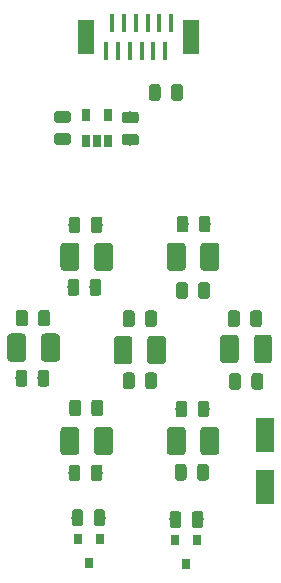
<source format=gbr>
G04 #@! TF.GenerationSoftware,KiCad,Pcbnew,(5.0.0)*
G04 #@! TF.CreationDate,2018-12-24T10:33:18-05:00*
G04 #@! TF.ProjectId,uv_pcb,75765F7063622E6B696361645F706362,rev?*
G04 #@! TF.SameCoordinates,Original*
G04 #@! TF.FileFunction,Paste,Top*
G04 #@! TF.FilePolarity,Positive*
%FSLAX46Y46*%
G04 Gerber Fmt 4.6, Leading zero omitted, Abs format (unit mm)*
G04 Created by KiCad (PCBNEW (5.0.0)) date 12/24/18 10:33:18*
%MOMM*%
%LPD*%
G01*
G04 APERTURE LIST*
%ADD10C,0.100000*%
%ADD11C,1.600000*%
%ADD12C,0.975000*%
%ADD13R,1.400000X2.900000*%
%ADD14R,0.400000X1.600000*%
%ADD15R,0.800000X0.900000*%
%ADD16R,1.600000X3.000000*%
%ADD17R,0.650000X1.060000*%
G04 APERTURE END LIST*
D10*
G04 #@! TO.C,D2*
G36*
X115354616Y-74501710D02*
X115389096Y-74506825D01*
X115422909Y-74515295D01*
X115455729Y-74527038D01*
X115487240Y-74541942D01*
X115517139Y-74559862D01*
X115545136Y-74580627D01*
X115570964Y-74604036D01*
X115594373Y-74629864D01*
X115615138Y-74657861D01*
X115633058Y-74687760D01*
X115647962Y-74719271D01*
X115659705Y-74752091D01*
X115668175Y-74785904D01*
X115673290Y-74820384D01*
X115675000Y-74855200D01*
X115675000Y-76544800D01*
X115673290Y-76579616D01*
X115668175Y-76614096D01*
X115659705Y-76647909D01*
X115647962Y-76680729D01*
X115633058Y-76712240D01*
X115615138Y-76742139D01*
X115594373Y-76770136D01*
X115570964Y-76795964D01*
X115545136Y-76819373D01*
X115517139Y-76840138D01*
X115487240Y-76858058D01*
X115455729Y-76872962D01*
X115422909Y-76884705D01*
X115389096Y-76893175D01*
X115354616Y-76898290D01*
X115319800Y-76900000D01*
X114430200Y-76900000D01*
X114395384Y-76898290D01*
X114360904Y-76893175D01*
X114327091Y-76884705D01*
X114294271Y-76872962D01*
X114262760Y-76858058D01*
X114232861Y-76840138D01*
X114204864Y-76819373D01*
X114179036Y-76795964D01*
X114155627Y-76770136D01*
X114134862Y-76742139D01*
X114116942Y-76712240D01*
X114102038Y-76680729D01*
X114090295Y-76647909D01*
X114081825Y-76614096D01*
X114076710Y-76579616D01*
X114075000Y-76544800D01*
X114075000Y-74855200D01*
X114076710Y-74820384D01*
X114081825Y-74785904D01*
X114090295Y-74752091D01*
X114102038Y-74719271D01*
X114116942Y-74687760D01*
X114134862Y-74657861D01*
X114155627Y-74629864D01*
X114179036Y-74604036D01*
X114204864Y-74580627D01*
X114232861Y-74559862D01*
X114262760Y-74541942D01*
X114294271Y-74527038D01*
X114327091Y-74515295D01*
X114360904Y-74506825D01*
X114395384Y-74501710D01*
X114430200Y-74500000D01*
X115319800Y-74500000D01*
X115354616Y-74501710D01*
X115354616Y-74501710D01*
G37*
D11*
X114875000Y-75700000D03*
D10*
G36*
X118204616Y-74501710D02*
X118239096Y-74506825D01*
X118272909Y-74515295D01*
X118305729Y-74527038D01*
X118337240Y-74541942D01*
X118367139Y-74559862D01*
X118395136Y-74580627D01*
X118420964Y-74604036D01*
X118444373Y-74629864D01*
X118465138Y-74657861D01*
X118483058Y-74687760D01*
X118497962Y-74719271D01*
X118509705Y-74752091D01*
X118518175Y-74785904D01*
X118523290Y-74820384D01*
X118525000Y-74855200D01*
X118525000Y-76544800D01*
X118523290Y-76579616D01*
X118518175Y-76614096D01*
X118509705Y-76647909D01*
X118497962Y-76680729D01*
X118483058Y-76712240D01*
X118465138Y-76742139D01*
X118444373Y-76770136D01*
X118420964Y-76795964D01*
X118395136Y-76819373D01*
X118367139Y-76840138D01*
X118337240Y-76858058D01*
X118305729Y-76872962D01*
X118272909Y-76884705D01*
X118239096Y-76893175D01*
X118204616Y-76898290D01*
X118169800Y-76900000D01*
X117280200Y-76900000D01*
X117245384Y-76898290D01*
X117210904Y-76893175D01*
X117177091Y-76884705D01*
X117144271Y-76872962D01*
X117112760Y-76858058D01*
X117082861Y-76840138D01*
X117054864Y-76819373D01*
X117029036Y-76795964D01*
X117005627Y-76770136D01*
X116984862Y-76742139D01*
X116966942Y-76712240D01*
X116952038Y-76680729D01*
X116940295Y-76647909D01*
X116931825Y-76614096D01*
X116926710Y-76579616D01*
X116925000Y-76544800D01*
X116925000Y-74855200D01*
X116926710Y-74820384D01*
X116931825Y-74785904D01*
X116940295Y-74752091D01*
X116952038Y-74719271D01*
X116966942Y-74687760D01*
X116984862Y-74657861D01*
X117005627Y-74629864D01*
X117029036Y-74604036D01*
X117054864Y-74580627D01*
X117082861Y-74559862D01*
X117112760Y-74541942D01*
X117144271Y-74527038D01*
X117177091Y-74515295D01*
X117210904Y-74506825D01*
X117245384Y-74501710D01*
X117280200Y-74500000D01*
X118169800Y-74500000D01*
X118204616Y-74501710D01*
X118204616Y-74501710D01*
G37*
D11*
X117725000Y-75700000D03*
G04 #@! TD*
D10*
G04 #@! TO.C,D1*
G36*
X113704616Y-82401710D02*
X113739096Y-82406825D01*
X113772909Y-82415295D01*
X113805729Y-82427038D01*
X113837240Y-82441942D01*
X113867139Y-82459862D01*
X113895136Y-82480627D01*
X113920964Y-82504036D01*
X113944373Y-82529864D01*
X113965138Y-82557861D01*
X113983058Y-82587760D01*
X113997962Y-82619271D01*
X114009705Y-82652091D01*
X114018175Y-82685904D01*
X114023290Y-82720384D01*
X114025000Y-82755200D01*
X114025000Y-84444800D01*
X114023290Y-84479616D01*
X114018175Y-84514096D01*
X114009705Y-84547909D01*
X113997962Y-84580729D01*
X113983058Y-84612240D01*
X113965138Y-84642139D01*
X113944373Y-84670136D01*
X113920964Y-84695964D01*
X113895136Y-84719373D01*
X113867139Y-84740138D01*
X113837240Y-84758058D01*
X113805729Y-84772962D01*
X113772909Y-84784705D01*
X113739096Y-84793175D01*
X113704616Y-84798290D01*
X113669800Y-84800000D01*
X112780200Y-84800000D01*
X112745384Y-84798290D01*
X112710904Y-84793175D01*
X112677091Y-84784705D01*
X112644271Y-84772962D01*
X112612760Y-84758058D01*
X112582861Y-84740138D01*
X112554864Y-84719373D01*
X112529036Y-84695964D01*
X112505627Y-84670136D01*
X112484862Y-84642139D01*
X112466942Y-84612240D01*
X112452038Y-84580729D01*
X112440295Y-84547909D01*
X112431825Y-84514096D01*
X112426710Y-84479616D01*
X112425000Y-84444800D01*
X112425000Y-82755200D01*
X112426710Y-82720384D01*
X112431825Y-82685904D01*
X112440295Y-82652091D01*
X112452038Y-82619271D01*
X112466942Y-82587760D01*
X112484862Y-82557861D01*
X112505627Y-82529864D01*
X112529036Y-82504036D01*
X112554864Y-82480627D01*
X112582861Y-82459862D01*
X112612760Y-82441942D01*
X112644271Y-82427038D01*
X112677091Y-82415295D01*
X112710904Y-82406825D01*
X112745384Y-82401710D01*
X112780200Y-82400000D01*
X113669800Y-82400000D01*
X113704616Y-82401710D01*
X113704616Y-82401710D01*
G37*
D11*
X113225000Y-83600000D03*
D10*
G36*
X110854616Y-82401710D02*
X110889096Y-82406825D01*
X110922909Y-82415295D01*
X110955729Y-82427038D01*
X110987240Y-82441942D01*
X111017139Y-82459862D01*
X111045136Y-82480627D01*
X111070964Y-82504036D01*
X111094373Y-82529864D01*
X111115138Y-82557861D01*
X111133058Y-82587760D01*
X111147962Y-82619271D01*
X111159705Y-82652091D01*
X111168175Y-82685904D01*
X111173290Y-82720384D01*
X111175000Y-82755200D01*
X111175000Y-84444800D01*
X111173290Y-84479616D01*
X111168175Y-84514096D01*
X111159705Y-84547909D01*
X111147962Y-84580729D01*
X111133058Y-84612240D01*
X111115138Y-84642139D01*
X111094373Y-84670136D01*
X111070964Y-84695964D01*
X111045136Y-84719373D01*
X111017139Y-84740138D01*
X110987240Y-84758058D01*
X110955729Y-84772962D01*
X110922909Y-84784705D01*
X110889096Y-84793175D01*
X110854616Y-84798290D01*
X110819800Y-84800000D01*
X109930200Y-84800000D01*
X109895384Y-84798290D01*
X109860904Y-84793175D01*
X109827091Y-84784705D01*
X109794271Y-84772962D01*
X109762760Y-84758058D01*
X109732861Y-84740138D01*
X109704864Y-84719373D01*
X109679036Y-84695964D01*
X109655627Y-84670136D01*
X109634862Y-84642139D01*
X109616942Y-84612240D01*
X109602038Y-84580729D01*
X109590295Y-84547909D01*
X109581825Y-84514096D01*
X109576710Y-84479616D01*
X109575000Y-84444800D01*
X109575000Y-82755200D01*
X109576710Y-82720384D01*
X109581825Y-82685904D01*
X109590295Y-82652091D01*
X109602038Y-82619271D01*
X109616942Y-82587760D01*
X109634862Y-82557861D01*
X109655627Y-82529864D01*
X109679036Y-82504036D01*
X109704864Y-82480627D01*
X109732861Y-82459862D01*
X109762760Y-82441942D01*
X109794271Y-82427038D01*
X109827091Y-82415295D01*
X109860904Y-82406825D01*
X109895384Y-82401710D01*
X109930200Y-82400000D01*
X110819800Y-82400000D01*
X110854616Y-82401710D01*
X110854616Y-82401710D01*
G37*
D11*
X110375000Y-83600000D03*
G04 #@! TD*
D10*
G04 #@! TO.C,D6*
G36*
X101854616Y-82201710D02*
X101889096Y-82206825D01*
X101922909Y-82215295D01*
X101955729Y-82227038D01*
X101987240Y-82241942D01*
X102017139Y-82259862D01*
X102045136Y-82280627D01*
X102070964Y-82304036D01*
X102094373Y-82329864D01*
X102115138Y-82357861D01*
X102133058Y-82387760D01*
X102147962Y-82419271D01*
X102159705Y-82452091D01*
X102168175Y-82485904D01*
X102173290Y-82520384D01*
X102175000Y-82555200D01*
X102175000Y-84244800D01*
X102173290Y-84279616D01*
X102168175Y-84314096D01*
X102159705Y-84347909D01*
X102147962Y-84380729D01*
X102133058Y-84412240D01*
X102115138Y-84442139D01*
X102094373Y-84470136D01*
X102070964Y-84495964D01*
X102045136Y-84519373D01*
X102017139Y-84540138D01*
X101987240Y-84558058D01*
X101955729Y-84572962D01*
X101922909Y-84584705D01*
X101889096Y-84593175D01*
X101854616Y-84598290D01*
X101819800Y-84600000D01*
X100930200Y-84600000D01*
X100895384Y-84598290D01*
X100860904Y-84593175D01*
X100827091Y-84584705D01*
X100794271Y-84572962D01*
X100762760Y-84558058D01*
X100732861Y-84540138D01*
X100704864Y-84519373D01*
X100679036Y-84495964D01*
X100655627Y-84470136D01*
X100634862Y-84442139D01*
X100616942Y-84412240D01*
X100602038Y-84380729D01*
X100590295Y-84347909D01*
X100581825Y-84314096D01*
X100576710Y-84279616D01*
X100575000Y-84244800D01*
X100575000Y-82555200D01*
X100576710Y-82520384D01*
X100581825Y-82485904D01*
X100590295Y-82452091D01*
X100602038Y-82419271D01*
X100616942Y-82387760D01*
X100634862Y-82357861D01*
X100655627Y-82329864D01*
X100679036Y-82304036D01*
X100704864Y-82280627D01*
X100732861Y-82259862D01*
X100762760Y-82241942D01*
X100794271Y-82227038D01*
X100827091Y-82215295D01*
X100860904Y-82206825D01*
X100895384Y-82201710D01*
X100930200Y-82200000D01*
X101819800Y-82200000D01*
X101854616Y-82201710D01*
X101854616Y-82201710D01*
G37*
D11*
X101375000Y-83400000D03*
D10*
G36*
X104704616Y-82201710D02*
X104739096Y-82206825D01*
X104772909Y-82215295D01*
X104805729Y-82227038D01*
X104837240Y-82241942D01*
X104867139Y-82259862D01*
X104895136Y-82280627D01*
X104920964Y-82304036D01*
X104944373Y-82329864D01*
X104965138Y-82357861D01*
X104983058Y-82387760D01*
X104997962Y-82419271D01*
X105009705Y-82452091D01*
X105018175Y-82485904D01*
X105023290Y-82520384D01*
X105025000Y-82555200D01*
X105025000Y-84244800D01*
X105023290Y-84279616D01*
X105018175Y-84314096D01*
X105009705Y-84347909D01*
X104997962Y-84380729D01*
X104983058Y-84412240D01*
X104965138Y-84442139D01*
X104944373Y-84470136D01*
X104920964Y-84495964D01*
X104895136Y-84519373D01*
X104867139Y-84540138D01*
X104837240Y-84558058D01*
X104805729Y-84572962D01*
X104772909Y-84584705D01*
X104739096Y-84593175D01*
X104704616Y-84598290D01*
X104669800Y-84600000D01*
X103780200Y-84600000D01*
X103745384Y-84598290D01*
X103710904Y-84593175D01*
X103677091Y-84584705D01*
X103644271Y-84572962D01*
X103612760Y-84558058D01*
X103582861Y-84540138D01*
X103554864Y-84519373D01*
X103529036Y-84495964D01*
X103505627Y-84470136D01*
X103484862Y-84442139D01*
X103466942Y-84412240D01*
X103452038Y-84380729D01*
X103440295Y-84347909D01*
X103431825Y-84314096D01*
X103426710Y-84279616D01*
X103425000Y-84244800D01*
X103425000Y-82555200D01*
X103426710Y-82520384D01*
X103431825Y-82485904D01*
X103440295Y-82452091D01*
X103452038Y-82419271D01*
X103466942Y-82387760D01*
X103484862Y-82357861D01*
X103505627Y-82329864D01*
X103529036Y-82304036D01*
X103554864Y-82280627D01*
X103582861Y-82259862D01*
X103612760Y-82241942D01*
X103644271Y-82227038D01*
X103677091Y-82215295D01*
X103710904Y-82206825D01*
X103745384Y-82201710D01*
X103780200Y-82200000D01*
X104669800Y-82200000D01*
X104704616Y-82201710D01*
X104704616Y-82201710D01*
G37*
D11*
X104225000Y-83400000D03*
G04 #@! TD*
D10*
G04 #@! TO.C,D5*
G36*
X109204616Y-90101710D02*
X109239096Y-90106825D01*
X109272909Y-90115295D01*
X109305729Y-90127038D01*
X109337240Y-90141942D01*
X109367139Y-90159862D01*
X109395136Y-90180627D01*
X109420964Y-90204036D01*
X109444373Y-90229864D01*
X109465138Y-90257861D01*
X109483058Y-90287760D01*
X109497962Y-90319271D01*
X109509705Y-90352091D01*
X109518175Y-90385904D01*
X109523290Y-90420384D01*
X109525000Y-90455200D01*
X109525000Y-92144800D01*
X109523290Y-92179616D01*
X109518175Y-92214096D01*
X109509705Y-92247909D01*
X109497962Y-92280729D01*
X109483058Y-92312240D01*
X109465138Y-92342139D01*
X109444373Y-92370136D01*
X109420964Y-92395964D01*
X109395136Y-92419373D01*
X109367139Y-92440138D01*
X109337240Y-92458058D01*
X109305729Y-92472962D01*
X109272909Y-92484705D01*
X109239096Y-92493175D01*
X109204616Y-92498290D01*
X109169800Y-92500000D01*
X108280200Y-92500000D01*
X108245384Y-92498290D01*
X108210904Y-92493175D01*
X108177091Y-92484705D01*
X108144271Y-92472962D01*
X108112760Y-92458058D01*
X108082861Y-92440138D01*
X108054864Y-92419373D01*
X108029036Y-92395964D01*
X108005627Y-92370136D01*
X107984862Y-92342139D01*
X107966942Y-92312240D01*
X107952038Y-92280729D01*
X107940295Y-92247909D01*
X107931825Y-92214096D01*
X107926710Y-92179616D01*
X107925000Y-92144800D01*
X107925000Y-90455200D01*
X107926710Y-90420384D01*
X107931825Y-90385904D01*
X107940295Y-90352091D01*
X107952038Y-90319271D01*
X107966942Y-90287760D01*
X107984862Y-90257861D01*
X108005627Y-90229864D01*
X108029036Y-90204036D01*
X108054864Y-90180627D01*
X108082861Y-90159862D01*
X108112760Y-90141942D01*
X108144271Y-90127038D01*
X108177091Y-90115295D01*
X108210904Y-90106825D01*
X108245384Y-90101710D01*
X108280200Y-90100000D01*
X109169800Y-90100000D01*
X109204616Y-90101710D01*
X109204616Y-90101710D01*
G37*
D11*
X108725000Y-91300000D03*
D10*
G36*
X106354616Y-90101710D02*
X106389096Y-90106825D01*
X106422909Y-90115295D01*
X106455729Y-90127038D01*
X106487240Y-90141942D01*
X106517139Y-90159862D01*
X106545136Y-90180627D01*
X106570964Y-90204036D01*
X106594373Y-90229864D01*
X106615138Y-90257861D01*
X106633058Y-90287760D01*
X106647962Y-90319271D01*
X106659705Y-90352091D01*
X106668175Y-90385904D01*
X106673290Y-90420384D01*
X106675000Y-90455200D01*
X106675000Y-92144800D01*
X106673290Y-92179616D01*
X106668175Y-92214096D01*
X106659705Y-92247909D01*
X106647962Y-92280729D01*
X106633058Y-92312240D01*
X106615138Y-92342139D01*
X106594373Y-92370136D01*
X106570964Y-92395964D01*
X106545136Y-92419373D01*
X106517139Y-92440138D01*
X106487240Y-92458058D01*
X106455729Y-92472962D01*
X106422909Y-92484705D01*
X106389096Y-92493175D01*
X106354616Y-92498290D01*
X106319800Y-92500000D01*
X105430200Y-92500000D01*
X105395384Y-92498290D01*
X105360904Y-92493175D01*
X105327091Y-92484705D01*
X105294271Y-92472962D01*
X105262760Y-92458058D01*
X105232861Y-92440138D01*
X105204864Y-92419373D01*
X105179036Y-92395964D01*
X105155627Y-92370136D01*
X105134862Y-92342139D01*
X105116942Y-92312240D01*
X105102038Y-92280729D01*
X105090295Y-92247909D01*
X105081825Y-92214096D01*
X105076710Y-92179616D01*
X105075000Y-92144800D01*
X105075000Y-90455200D01*
X105076710Y-90420384D01*
X105081825Y-90385904D01*
X105090295Y-90352091D01*
X105102038Y-90319271D01*
X105116942Y-90287760D01*
X105134862Y-90257861D01*
X105155627Y-90229864D01*
X105179036Y-90204036D01*
X105204864Y-90180627D01*
X105232861Y-90159862D01*
X105262760Y-90141942D01*
X105294271Y-90127038D01*
X105327091Y-90115295D01*
X105360904Y-90106825D01*
X105395384Y-90101710D01*
X105430200Y-90100000D01*
X106319800Y-90100000D01*
X106354616Y-90101710D01*
X106354616Y-90101710D01*
G37*
D11*
X105875000Y-91300000D03*
G04 #@! TD*
D10*
G04 #@! TO.C,D4*
G36*
X115354616Y-90101710D02*
X115389096Y-90106825D01*
X115422909Y-90115295D01*
X115455729Y-90127038D01*
X115487240Y-90141942D01*
X115517139Y-90159862D01*
X115545136Y-90180627D01*
X115570964Y-90204036D01*
X115594373Y-90229864D01*
X115615138Y-90257861D01*
X115633058Y-90287760D01*
X115647962Y-90319271D01*
X115659705Y-90352091D01*
X115668175Y-90385904D01*
X115673290Y-90420384D01*
X115675000Y-90455200D01*
X115675000Y-92144800D01*
X115673290Y-92179616D01*
X115668175Y-92214096D01*
X115659705Y-92247909D01*
X115647962Y-92280729D01*
X115633058Y-92312240D01*
X115615138Y-92342139D01*
X115594373Y-92370136D01*
X115570964Y-92395964D01*
X115545136Y-92419373D01*
X115517139Y-92440138D01*
X115487240Y-92458058D01*
X115455729Y-92472962D01*
X115422909Y-92484705D01*
X115389096Y-92493175D01*
X115354616Y-92498290D01*
X115319800Y-92500000D01*
X114430200Y-92500000D01*
X114395384Y-92498290D01*
X114360904Y-92493175D01*
X114327091Y-92484705D01*
X114294271Y-92472962D01*
X114262760Y-92458058D01*
X114232861Y-92440138D01*
X114204864Y-92419373D01*
X114179036Y-92395964D01*
X114155627Y-92370136D01*
X114134862Y-92342139D01*
X114116942Y-92312240D01*
X114102038Y-92280729D01*
X114090295Y-92247909D01*
X114081825Y-92214096D01*
X114076710Y-92179616D01*
X114075000Y-92144800D01*
X114075000Y-90455200D01*
X114076710Y-90420384D01*
X114081825Y-90385904D01*
X114090295Y-90352091D01*
X114102038Y-90319271D01*
X114116942Y-90287760D01*
X114134862Y-90257861D01*
X114155627Y-90229864D01*
X114179036Y-90204036D01*
X114204864Y-90180627D01*
X114232861Y-90159862D01*
X114262760Y-90141942D01*
X114294271Y-90127038D01*
X114327091Y-90115295D01*
X114360904Y-90106825D01*
X114395384Y-90101710D01*
X114430200Y-90100000D01*
X115319800Y-90100000D01*
X115354616Y-90101710D01*
X115354616Y-90101710D01*
G37*
D11*
X114875000Y-91300000D03*
D10*
G36*
X118204616Y-90101710D02*
X118239096Y-90106825D01*
X118272909Y-90115295D01*
X118305729Y-90127038D01*
X118337240Y-90141942D01*
X118367139Y-90159862D01*
X118395136Y-90180627D01*
X118420964Y-90204036D01*
X118444373Y-90229864D01*
X118465138Y-90257861D01*
X118483058Y-90287760D01*
X118497962Y-90319271D01*
X118509705Y-90352091D01*
X118518175Y-90385904D01*
X118523290Y-90420384D01*
X118525000Y-90455200D01*
X118525000Y-92144800D01*
X118523290Y-92179616D01*
X118518175Y-92214096D01*
X118509705Y-92247909D01*
X118497962Y-92280729D01*
X118483058Y-92312240D01*
X118465138Y-92342139D01*
X118444373Y-92370136D01*
X118420964Y-92395964D01*
X118395136Y-92419373D01*
X118367139Y-92440138D01*
X118337240Y-92458058D01*
X118305729Y-92472962D01*
X118272909Y-92484705D01*
X118239096Y-92493175D01*
X118204616Y-92498290D01*
X118169800Y-92500000D01*
X117280200Y-92500000D01*
X117245384Y-92498290D01*
X117210904Y-92493175D01*
X117177091Y-92484705D01*
X117144271Y-92472962D01*
X117112760Y-92458058D01*
X117082861Y-92440138D01*
X117054864Y-92419373D01*
X117029036Y-92395964D01*
X117005627Y-92370136D01*
X116984862Y-92342139D01*
X116966942Y-92312240D01*
X116952038Y-92280729D01*
X116940295Y-92247909D01*
X116931825Y-92214096D01*
X116926710Y-92179616D01*
X116925000Y-92144800D01*
X116925000Y-90455200D01*
X116926710Y-90420384D01*
X116931825Y-90385904D01*
X116940295Y-90352091D01*
X116952038Y-90319271D01*
X116966942Y-90287760D01*
X116984862Y-90257861D01*
X117005627Y-90229864D01*
X117029036Y-90204036D01*
X117054864Y-90180627D01*
X117082861Y-90159862D01*
X117112760Y-90141942D01*
X117144271Y-90127038D01*
X117177091Y-90115295D01*
X117210904Y-90106825D01*
X117245384Y-90101710D01*
X117280200Y-90100000D01*
X118169800Y-90100000D01*
X118204616Y-90101710D01*
X118204616Y-90101710D01*
G37*
D11*
X117725000Y-91300000D03*
G04 #@! TD*
D10*
G04 #@! TO.C,D3*
G36*
X122704616Y-82301710D02*
X122739096Y-82306825D01*
X122772909Y-82315295D01*
X122805729Y-82327038D01*
X122837240Y-82341942D01*
X122867139Y-82359862D01*
X122895136Y-82380627D01*
X122920964Y-82404036D01*
X122944373Y-82429864D01*
X122965138Y-82457861D01*
X122983058Y-82487760D01*
X122997962Y-82519271D01*
X123009705Y-82552091D01*
X123018175Y-82585904D01*
X123023290Y-82620384D01*
X123025000Y-82655200D01*
X123025000Y-84344800D01*
X123023290Y-84379616D01*
X123018175Y-84414096D01*
X123009705Y-84447909D01*
X122997962Y-84480729D01*
X122983058Y-84512240D01*
X122965138Y-84542139D01*
X122944373Y-84570136D01*
X122920964Y-84595964D01*
X122895136Y-84619373D01*
X122867139Y-84640138D01*
X122837240Y-84658058D01*
X122805729Y-84672962D01*
X122772909Y-84684705D01*
X122739096Y-84693175D01*
X122704616Y-84698290D01*
X122669800Y-84700000D01*
X121780200Y-84700000D01*
X121745384Y-84698290D01*
X121710904Y-84693175D01*
X121677091Y-84684705D01*
X121644271Y-84672962D01*
X121612760Y-84658058D01*
X121582861Y-84640138D01*
X121554864Y-84619373D01*
X121529036Y-84595964D01*
X121505627Y-84570136D01*
X121484862Y-84542139D01*
X121466942Y-84512240D01*
X121452038Y-84480729D01*
X121440295Y-84447909D01*
X121431825Y-84414096D01*
X121426710Y-84379616D01*
X121425000Y-84344800D01*
X121425000Y-82655200D01*
X121426710Y-82620384D01*
X121431825Y-82585904D01*
X121440295Y-82552091D01*
X121452038Y-82519271D01*
X121466942Y-82487760D01*
X121484862Y-82457861D01*
X121505627Y-82429864D01*
X121529036Y-82404036D01*
X121554864Y-82380627D01*
X121582861Y-82359862D01*
X121612760Y-82341942D01*
X121644271Y-82327038D01*
X121677091Y-82315295D01*
X121710904Y-82306825D01*
X121745384Y-82301710D01*
X121780200Y-82300000D01*
X122669800Y-82300000D01*
X122704616Y-82301710D01*
X122704616Y-82301710D01*
G37*
D11*
X122225000Y-83500000D03*
D10*
G36*
X119854616Y-82301710D02*
X119889096Y-82306825D01*
X119922909Y-82315295D01*
X119955729Y-82327038D01*
X119987240Y-82341942D01*
X120017139Y-82359862D01*
X120045136Y-82380627D01*
X120070964Y-82404036D01*
X120094373Y-82429864D01*
X120115138Y-82457861D01*
X120133058Y-82487760D01*
X120147962Y-82519271D01*
X120159705Y-82552091D01*
X120168175Y-82585904D01*
X120173290Y-82620384D01*
X120175000Y-82655200D01*
X120175000Y-84344800D01*
X120173290Y-84379616D01*
X120168175Y-84414096D01*
X120159705Y-84447909D01*
X120147962Y-84480729D01*
X120133058Y-84512240D01*
X120115138Y-84542139D01*
X120094373Y-84570136D01*
X120070964Y-84595964D01*
X120045136Y-84619373D01*
X120017139Y-84640138D01*
X119987240Y-84658058D01*
X119955729Y-84672962D01*
X119922909Y-84684705D01*
X119889096Y-84693175D01*
X119854616Y-84698290D01*
X119819800Y-84700000D01*
X118930200Y-84700000D01*
X118895384Y-84698290D01*
X118860904Y-84693175D01*
X118827091Y-84684705D01*
X118794271Y-84672962D01*
X118762760Y-84658058D01*
X118732861Y-84640138D01*
X118704864Y-84619373D01*
X118679036Y-84595964D01*
X118655627Y-84570136D01*
X118634862Y-84542139D01*
X118616942Y-84512240D01*
X118602038Y-84480729D01*
X118590295Y-84447909D01*
X118581825Y-84414096D01*
X118576710Y-84379616D01*
X118575000Y-84344800D01*
X118575000Y-82655200D01*
X118576710Y-82620384D01*
X118581825Y-82585904D01*
X118590295Y-82552091D01*
X118602038Y-82519271D01*
X118616942Y-82487760D01*
X118634862Y-82457861D01*
X118655627Y-82429864D01*
X118679036Y-82404036D01*
X118704864Y-82380627D01*
X118732861Y-82359862D01*
X118762760Y-82341942D01*
X118794271Y-82327038D01*
X118827091Y-82315295D01*
X118860904Y-82306825D01*
X118895384Y-82301710D01*
X118930200Y-82300000D01*
X119819800Y-82300000D01*
X119854616Y-82301710D01*
X119854616Y-82301710D01*
G37*
D11*
X119375000Y-83500000D03*
G04 #@! TD*
D10*
G04 #@! TO.C,D7*
G36*
X106354616Y-74501710D02*
X106389096Y-74506825D01*
X106422909Y-74515295D01*
X106455729Y-74527038D01*
X106487240Y-74541942D01*
X106517139Y-74559862D01*
X106545136Y-74580627D01*
X106570964Y-74604036D01*
X106594373Y-74629864D01*
X106615138Y-74657861D01*
X106633058Y-74687760D01*
X106647962Y-74719271D01*
X106659705Y-74752091D01*
X106668175Y-74785904D01*
X106673290Y-74820384D01*
X106675000Y-74855200D01*
X106675000Y-76544800D01*
X106673290Y-76579616D01*
X106668175Y-76614096D01*
X106659705Y-76647909D01*
X106647962Y-76680729D01*
X106633058Y-76712240D01*
X106615138Y-76742139D01*
X106594373Y-76770136D01*
X106570964Y-76795964D01*
X106545136Y-76819373D01*
X106517139Y-76840138D01*
X106487240Y-76858058D01*
X106455729Y-76872962D01*
X106422909Y-76884705D01*
X106389096Y-76893175D01*
X106354616Y-76898290D01*
X106319800Y-76900000D01*
X105430200Y-76900000D01*
X105395384Y-76898290D01*
X105360904Y-76893175D01*
X105327091Y-76884705D01*
X105294271Y-76872962D01*
X105262760Y-76858058D01*
X105232861Y-76840138D01*
X105204864Y-76819373D01*
X105179036Y-76795964D01*
X105155627Y-76770136D01*
X105134862Y-76742139D01*
X105116942Y-76712240D01*
X105102038Y-76680729D01*
X105090295Y-76647909D01*
X105081825Y-76614096D01*
X105076710Y-76579616D01*
X105075000Y-76544800D01*
X105075000Y-74855200D01*
X105076710Y-74820384D01*
X105081825Y-74785904D01*
X105090295Y-74752091D01*
X105102038Y-74719271D01*
X105116942Y-74687760D01*
X105134862Y-74657861D01*
X105155627Y-74629864D01*
X105179036Y-74604036D01*
X105204864Y-74580627D01*
X105232861Y-74559862D01*
X105262760Y-74541942D01*
X105294271Y-74527038D01*
X105327091Y-74515295D01*
X105360904Y-74506825D01*
X105395384Y-74501710D01*
X105430200Y-74500000D01*
X106319800Y-74500000D01*
X106354616Y-74501710D01*
X106354616Y-74501710D01*
G37*
D11*
X105875000Y-75700000D03*
D10*
G36*
X109204616Y-74501710D02*
X109239096Y-74506825D01*
X109272909Y-74515295D01*
X109305729Y-74527038D01*
X109337240Y-74541942D01*
X109367139Y-74559862D01*
X109395136Y-74580627D01*
X109420964Y-74604036D01*
X109444373Y-74629864D01*
X109465138Y-74657861D01*
X109483058Y-74687760D01*
X109497962Y-74719271D01*
X109509705Y-74752091D01*
X109518175Y-74785904D01*
X109523290Y-74820384D01*
X109525000Y-74855200D01*
X109525000Y-76544800D01*
X109523290Y-76579616D01*
X109518175Y-76614096D01*
X109509705Y-76647909D01*
X109497962Y-76680729D01*
X109483058Y-76712240D01*
X109465138Y-76742139D01*
X109444373Y-76770136D01*
X109420964Y-76795964D01*
X109395136Y-76819373D01*
X109367139Y-76840138D01*
X109337240Y-76858058D01*
X109305729Y-76872962D01*
X109272909Y-76884705D01*
X109239096Y-76893175D01*
X109204616Y-76898290D01*
X109169800Y-76900000D01*
X108280200Y-76900000D01*
X108245384Y-76898290D01*
X108210904Y-76893175D01*
X108177091Y-76884705D01*
X108144271Y-76872962D01*
X108112760Y-76858058D01*
X108082861Y-76840138D01*
X108054864Y-76819373D01*
X108029036Y-76795964D01*
X108005627Y-76770136D01*
X107984862Y-76742139D01*
X107966942Y-76712240D01*
X107952038Y-76680729D01*
X107940295Y-76647909D01*
X107931825Y-76614096D01*
X107926710Y-76579616D01*
X107925000Y-76544800D01*
X107925000Y-74855200D01*
X107926710Y-74820384D01*
X107931825Y-74785904D01*
X107940295Y-74752091D01*
X107952038Y-74719271D01*
X107966942Y-74687760D01*
X107984862Y-74657861D01*
X108005627Y-74629864D01*
X108029036Y-74604036D01*
X108054864Y-74580627D01*
X108082861Y-74559862D01*
X108112760Y-74541942D01*
X108144271Y-74527038D01*
X108177091Y-74515295D01*
X108210904Y-74506825D01*
X108245384Y-74501710D01*
X108280200Y-74500000D01*
X109169800Y-74500000D01*
X109204616Y-74501710D01*
X109204616Y-74501710D01*
G37*
D11*
X108725000Y-75700000D03*
G04 #@! TD*
D10*
G04 #@! TO.C,C4*
G36*
X113330142Y-61101174D02*
X113353803Y-61104684D01*
X113377007Y-61110496D01*
X113399529Y-61118554D01*
X113421153Y-61128782D01*
X113441670Y-61141079D01*
X113460883Y-61155329D01*
X113478607Y-61171393D01*
X113494671Y-61189117D01*
X113508921Y-61208330D01*
X113521218Y-61228847D01*
X113531446Y-61250471D01*
X113539504Y-61272993D01*
X113545316Y-61296197D01*
X113548826Y-61319858D01*
X113550000Y-61343750D01*
X113550000Y-62256250D01*
X113548826Y-62280142D01*
X113545316Y-62303803D01*
X113539504Y-62327007D01*
X113531446Y-62349529D01*
X113521218Y-62371153D01*
X113508921Y-62391670D01*
X113494671Y-62410883D01*
X113478607Y-62428607D01*
X113460883Y-62444671D01*
X113441670Y-62458921D01*
X113421153Y-62471218D01*
X113399529Y-62481446D01*
X113377007Y-62489504D01*
X113353803Y-62495316D01*
X113330142Y-62498826D01*
X113306250Y-62500000D01*
X112818750Y-62500000D01*
X112794858Y-62498826D01*
X112771197Y-62495316D01*
X112747993Y-62489504D01*
X112725471Y-62481446D01*
X112703847Y-62471218D01*
X112683330Y-62458921D01*
X112664117Y-62444671D01*
X112646393Y-62428607D01*
X112630329Y-62410883D01*
X112616079Y-62391670D01*
X112603782Y-62371153D01*
X112593554Y-62349529D01*
X112585496Y-62327007D01*
X112579684Y-62303803D01*
X112576174Y-62280142D01*
X112575000Y-62256250D01*
X112575000Y-61343750D01*
X112576174Y-61319858D01*
X112579684Y-61296197D01*
X112585496Y-61272993D01*
X112593554Y-61250471D01*
X112603782Y-61228847D01*
X112616079Y-61208330D01*
X112630329Y-61189117D01*
X112646393Y-61171393D01*
X112664117Y-61155329D01*
X112683330Y-61141079D01*
X112703847Y-61128782D01*
X112725471Y-61118554D01*
X112747993Y-61110496D01*
X112771197Y-61104684D01*
X112794858Y-61101174D01*
X112818750Y-61100000D01*
X113306250Y-61100000D01*
X113330142Y-61101174D01*
X113330142Y-61101174D01*
G37*
D12*
X113062500Y-61800000D03*
D10*
G36*
X115205142Y-61101174D02*
X115228803Y-61104684D01*
X115252007Y-61110496D01*
X115274529Y-61118554D01*
X115296153Y-61128782D01*
X115316670Y-61141079D01*
X115335883Y-61155329D01*
X115353607Y-61171393D01*
X115369671Y-61189117D01*
X115383921Y-61208330D01*
X115396218Y-61228847D01*
X115406446Y-61250471D01*
X115414504Y-61272993D01*
X115420316Y-61296197D01*
X115423826Y-61319858D01*
X115425000Y-61343750D01*
X115425000Y-62256250D01*
X115423826Y-62280142D01*
X115420316Y-62303803D01*
X115414504Y-62327007D01*
X115406446Y-62349529D01*
X115396218Y-62371153D01*
X115383921Y-62391670D01*
X115369671Y-62410883D01*
X115353607Y-62428607D01*
X115335883Y-62444671D01*
X115316670Y-62458921D01*
X115296153Y-62471218D01*
X115274529Y-62481446D01*
X115252007Y-62489504D01*
X115228803Y-62495316D01*
X115205142Y-62498826D01*
X115181250Y-62500000D01*
X114693750Y-62500000D01*
X114669858Y-62498826D01*
X114646197Y-62495316D01*
X114622993Y-62489504D01*
X114600471Y-62481446D01*
X114578847Y-62471218D01*
X114558330Y-62458921D01*
X114539117Y-62444671D01*
X114521393Y-62428607D01*
X114505329Y-62410883D01*
X114491079Y-62391670D01*
X114478782Y-62371153D01*
X114468554Y-62349529D01*
X114460496Y-62327007D01*
X114454684Y-62303803D01*
X114451174Y-62280142D01*
X114450000Y-62256250D01*
X114450000Y-61343750D01*
X114451174Y-61319858D01*
X114454684Y-61296197D01*
X114460496Y-61272993D01*
X114468554Y-61250471D01*
X114478782Y-61228847D01*
X114491079Y-61208330D01*
X114505329Y-61189117D01*
X114521393Y-61171393D01*
X114539117Y-61155329D01*
X114558330Y-61141079D01*
X114578847Y-61128782D01*
X114600471Y-61118554D01*
X114622993Y-61110496D01*
X114646197Y-61104684D01*
X114669858Y-61101174D01*
X114693750Y-61100000D01*
X115181250Y-61100000D01*
X115205142Y-61101174D01*
X115205142Y-61101174D01*
G37*
D12*
X114937500Y-61800000D03*
G04 #@! TD*
D13*
G04 #@! TO.C,J1*
X107250000Y-57100000D03*
X116150000Y-57100000D03*
D14*
X108950000Y-58300000D03*
X109450000Y-55900000D03*
X109950000Y-58300000D03*
X110450000Y-55900000D03*
X110950000Y-58300000D03*
X111450000Y-55900000D03*
X111950000Y-58300000D03*
X112450000Y-55900000D03*
X112950000Y-58300000D03*
X113450000Y-55900000D03*
X113950000Y-58300000D03*
X114450000Y-55900000D03*
G04 #@! TD*
D15*
G04 #@! TO.C,Q1*
X115700000Y-101700000D03*
X114750000Y-99700000D03*
X116650000Y-99700000D03*
G04 #@! TD*
G04 #@! TO.C,Q2*
X108450000Y-99600000D03*
X106550000Y-99600000D03*
X107500000Y-101600000D03*
G04 #@! TD*
D10*
G04 #@! TO.C,R1*
G36*
X113005142Y-85501174D02*
X113028803Y-85504684D01*
X113052007Y-85510496D01*
X113074529Y-85518554D01*
X113096153Y-85528782D01*
X113116670Y-85541079D01*
X113135883Y-85555329D01*
X113153607Y-85571393D01*
X113169671Y-85589117D01*
X113183921Y-85608330D01*
X113196218Y-85628847D01*
X113206446Y-85650471D01*
X113214504Y-85672993D01*
X113220316Y-85696197D01*
X113223826Y-85719858D01*
X113225000Y-85743750D01*
X113225000Y-86656250D01*
X113223826Y-86680142D01*
X113220316Y-86703803D01*
X113214504Y-86727007D01*
X113206446Y-86749529D01*
X113196218Y-86771153D01*
X113183921Y-86791670D01*
X113169671Y-86810883D01*
X113153607Y-86828607D01*
X113135883Y-86844671D01*
X113116670Y-86858921D01*
X113096153Y-86871218D01*
X113074529Y-86881446D01*
X113052007Y-86889504D01*
X113028803Y-86895316D01*
X113005142Y-86898826D01*
X112981250Y-86900000D01*
X112493750Y-86900000D01*
X112469858Y-86898826D01*
X112446197Y-86895316D01*
X112422993Y-86889504D01*
X112400471Y-86881446D01*
X112378847Y-86871218D01*
X112358330Y-86858921D01*
X112339117Y-86844671D01*
X112321393Y-86828607D01*
X112305329Y-86810883D01*
X112291079Y-86791670D01*
X112278782Y-86771153D01*
X112268554Y-86749529D01*
X112260496Y-86727007D01*
X112254684Y-86703803D01*
X112251174Y-86680142D01*
X112250000Y-86656250D01*
X112250000Y-85743750D01*
X112251174Y-85719858D01*
X112254684Y-85696197D01*
X112260496Y-85672993D01*
X112268554Y-85650471D01*
X112278782Y-85628847D01*
X112291079Y-85608330D01*
X112305329Y-85589117D01*
X112321393Y-85571393D01*
X112339117Y-85555329D01*
X112358330Y-85541079D01*
X112378847Y-85528782D01*
X112400471Y-85518554D01*
X112422993Y-85510496D01*
X112446197Y-85504684D01*
X112469858Y-85501174D01*
X112493750Y-85500000D01*
X112981250Y-85500000D01*
X113005142Y-85501174D01*
X113005142Y-85501174D01*
G37*
D12*
X112737500Y-86200000D03*
D10*
G36*
X111130142Y-85501174D02*
X111153803Y-85504684D01*
X111177007Y-85510496D01*
X111199529Y-85518554D01*
X111221153Y-85528782D01*
X111241670Y-85541079D01*
X111260883Y-85555329D01*
X111278607Y-85571393D01*
X111294671Y-85589117D01*
X111308921Y-85608330D01*
X111321218Y-85628847D01*
X111331446Y-85650471D01*
X111339504Y-85672993D01*
X111345316Y-85696197D01*
X111348826Y-85719858D01*
X111350000Y-85743750D01*
X111350000Y-86656250D01*
X111348826Y-86680142D01*
X111345316Y-86703803D01*
X111339504Y-86727007D01*
X111331446Y-86749529D01*
X111321218Y-86771153D01*
X111308921Y-86791670D01*
X111294671Y-86810883D01*
X111278607Y-86828607D01*
X111260883Y-86844671D01*
X111241670Y-86858921D01*
X111221153Y-86871218D01*
X111199529Y-86881446D01*
X111177007Y-86889504D01*
X111153803Y-86895316D01*
X111130142Y-86898826D01*
X111106250Y-86900000D01*
X110618750Y-86900000D01*
X110594858Y-86898826D01*
X110571197Y-86895316D01*
X110547993Y-86889504D01*
X110525471Y-86881446D01*
X110503847Y-86871218D01*
X110483330Y-86858921D01*
X110464117Y-86844671D01*
X110446393Y-86828607D01*
X110430329Y-86810883D01*
X110416079Y-86791670D01*
X110403782Y-86771153D01*
X110393554Y-86749529D01*
X110385496Y-86727007D01*
X110379684Y-86703803D01*
X110376174Y-86680142D01*
X110375000Y-86656250D01*
X110375000Y-85743750D01*
X110376174Y-85719858D01*
X110379684Y-85696197D01*
X110385496Y-85672993D01*
X110393554Y-85650471D01*
X110403782Y-85628847D01*
X110416079Y-85608330D01*
X110430329Y-85589117D01*
X110446393Y-85571393D01*
X110464117Y-85555329D01*
X110483330Y-85541079D01*
X110503847Y-85528782D01*
X110525471Y-85518554D01*
X110547993Y-85510496D01*
X110571197Y-85504684D01*
X110594858Y-85501174D01*
X110618750Y-85500000D01*
X111106250Y-85500000D01*
X111130142Y-85501174D01*
X111130142Y-85501174D01*
G37*
D12*
X110862500Y-86200000D03*
G04 #@! TD*
D10*
G04 #@! TO.C,R2*
G36*
X117505142Y-77851174D02*
X117528803Y-77854684D01*
X117552007Y-77860496D01*
X117574529Y-77868554D01*
X117596153Y-77878782D01*
X117616670Y-77891079D01*
X117635883Y-77905329D01*
X117653607Y-77921393D01*
X117669671Y-77939117D01*
X117683921Y-77958330D01*
X117696218Y-77978847D01*
X117706446Y-78000471D01*
X117714504Y-78022993D01*
X117720316Y-78046197D01*
X117723826Y-78069858D01*
X117725000Y-78093750D01*
X117725000Y-79006250D01*
X117723826Y-79030142D01*
X117720316Y-79053803D01*
X117714504Y-79077007D01*
X117706446Y-79099529D01*
X117696218Y-79121153D01*
X117683921Y-79141670D01*
X117669671Y-79160883D01*
X117653607Y-79178607D01*
X117635883Y-79194671D01*
X117616670Y-79208921D01*
X117596153Y-79221218D01*
X117574529Y-79231446D01*
X117552007Y-79239504D01*
X117528803Y-79245316D01*
X117505142Y-79248826D01*
X117481250Y-79250000D01*
X116993750Y-79250000D01*
X116969858Y-79248826D01*
X116946197Y-79245316D01*
X116922993Y-79239504D01*
X116900471Y-79231446D01*
X116878847Y-79221218D01*
X116858330Y-79208921D01*
X116839117Y-79194671D01*
X116821393Y-79178607D01*
X116805329Y-79160883D01*
X116791079Y-79141670D01*
X116778782Y-79121153D01*
X116768554Y-79099529D01*
X116760496Y-79077007D01*
X116754684Y-79053803D01*
X116751174Y-79030142D01*
X116750000Y-79006250D01*
X116750000Y-78093750D01*
X116751174Y-78069858D01*
X116754684Y-78046197D01*
X116760496Y-78022993D01*
X116768554Y-78000471D01*
X116778782Y-77978847D01*
X116791079Y-77958330D01*
X116805329Y-77939117D01*
X116821393Y-77921393D01*
X116839117Y-77905329D01*
X116858330Y-77891079D01*
X116878847Y-77878782D01*
X116900471Y-77868554D01*
X116922993Y-77860496D01*
X116946197Y-77854684D01*
X116969858Y-77851174D01*
X116993750Y-77850000D01*
X117481250Y-77850000D01*
X117505142Y-77851174D01*
X117505142Y-77851174D01*
G37*
D12*
X117237500Y-78550000D03*
D10*
G36*
X115630142Y-77851174D02*
X115653803Y-77854684D01*
X115677007Y-77860496D01*
X115699529Y-77868554D01*
X115721153Y-77878782D01*
X115741670Y-77891079D01*
X115760883Y-77905329D01*
X115778607Y-77921393D01*
X115794671Y-77939117D01*
X115808921Y-77958330D01*
X115821218Y-77978847D01*
X115831446Y-78000471D01*
X115839504Y-78022993D01*
X115845316Y-78046197D01*
X115848826Y-78069858D01*
X115850000Y-78093750D01*
X115850000Y-79006250D01*
X115848826Y-79030142D01*
X115845316Y-79053803D01*
X115839504Y-79077007D01*
X115831446Y-79099529D01*
X115821218Y-79121153D01*
X115808921Y-79141670D01*
X115794671Y-79160883D01*
X115778607Y-79178607D01*
X115760883Y-79194671D01*
X115741670Y-79208921D01*
X115721153Y-79221218D01*
X115699529Y-79231446D01*
X115677007Y-79239504D01*
X115653803Y-79245316D01*
X115630142Y-79248826D01*
X115606250Y-79250000D01*
X115118750Y-79250000D01*
X115094858Y-79248826D01*
X115071197Y-79245316D01*
X115047993Y-79239504D01*
X115025471Y-79231446D01*
X115003847Y-79221218D01*
X114983330Y-79208921D01*
X114964117Y-79194671D01*
X114946393Y-79178607D01*
X114930329Y-79160883D01*
X114916079Y-79141670D01*
X114903782Y-79121153D01*
X114893554Y-79099529D01*
X114885496Y-79077007D01*
X114879684Y-79053803D01*
X114876174Y-79030142D01*
X114875000Y-79006250D01*
X114875000Y-78093750D01*
X114876174Y-78069858D01*
X114879684Y-78046197D01*
X114885496Y-78022993D01*
X114893554Y-78000471D01*
X114903782Y-77978847D01*
X114916079Y-77958330D01*
X114930329Y-77939117D01*
X114946393Y-77921393D01*
X114964117Y-77905329D01*
X114983330Y-77891079D01*
X115003847Y-77878782D01*
X115025471Y-77868554D01*
X115047993Y-77860496D01*
X115071197Y-77854684D01*
X115094858Y-77851174D01*
X115118750Y-77850000D01*
X115606250Y-77850000D01*
X115630142Y-77851174D01*
X115630142Y-77851174D01*
G37*
D12*
X115362500Y-78550000D03*
G04 #@! TD*
D10*
G04 #@! TO.C,R3*
G36*
X120130142Y-85551174D02*
X120153803Y-85554684D01*
X120177007Y-85560496D01*
X120199529Y-85568554D01*
X120221153Y-85578782D01*
X120241670Y-85591079D01*
X120260883Y-85605329D01*
X120278607Y-85621393D01*
X120294671Y-85639117D01*
X120308921Y-85658330D01*
X120321218Y-85678847D01*
X120331446Y-85700471D01*
X120339504Y-85722993D01*
X120345316Y-85746197D01*
X120348826Y-85769858D01*
X120350000Y-85793750D01*
X120350000Y-86706250D01*
X120348826Y-86730142D01*
X120345316Y-86753803D01*
X120339504Y-86777007D01*
X120331446Y-86799529D01*
X120321218Y-86821153D01*
X120308921Y-86841670D01*
X120294671Y-86860883D01*
X120278607Y-86878607D01*
X120260883Y-86894671D01*
X120241670Y-86908921D01*
X120221153Y-86921218D01*
X120199529Y-86931446D01*
X120177007Y-86939504D01*
X120153803Y-86945316D01*
X120130142Y-86948826D01*
X120106250Y-86950000D01*
X119618750Y-86950000D01*
X119594858Y-86948826D01*
X119571197Y-86945316D01*
X119547993Y-86939504D01*
X119525471Y-86931446D01*
X119503847Y-86921218D01*
X119483330Y-86908921D01*
X119464117Y-86894671D01*
X119446393Y-86878607D01*
X119430329Y-86860883D01*
X119416079Y-86841670D01*
X119403782Y-86821153D01*
X119393554Y-86799529D01*
X119385496Y-86777007D01*
X119379684Y-86753803D01*
X119376174Y-86730142D01*
X119375000Y-86706250D01*
X119375000Y-85793750D01*
X119376174Y-85769858D01*
X119379684Y-85746197D01*
X119385496Y-85722993D01*
X119393554Y-85700471D01*
X119403782Y-85678847D01*
X119416079Y-85658330D01*
X119430329Y-85639117D01*
X119446393Y-85621393D01*
X119464117Y-85605329D01*
X119483330Y-85591079D01*
X119503847Y-85578782D01*
X119525471Y-85568554D01*
X119547993Y-85560496D01*
X119571197Y-85554684D01*
X119594858Y-85551174D01*
X119618750Y-85550000D01*
X120106250Y-85550000D01*
X120130142Y-85551174D01*
X120130142Y-85551174D01*
G37*
D12*
X119862500Y-86250000D03*
D10*
G36*
X122005142Y-85551174D02*
X122028803Y-85554684D01*
X122052007Y-85560496D01*
X122074529Y-85568554D01*
X122096153Y-85578782D01*
X122116670Y-85591079D01*
X122135883Y-85605329D01*
X122153607Y-85621393D01*
X122169671Y-85639117D01*
X122183921Y-85658330D01*
X122196218Y-85678847D01*
X122206446Y-85700471D01*
X122214504Y-85722993D01*
X122220316Y-85746197D01*
X122223826Y-85769858D01*
X122225000Y-85793750D01*
X122225000Y-86706250D01*
X122223826Y-86730142D01*
X122220316Y-86753803D01*
X122214504Y-86777007D01*
X122206446Y-86799529D01*
X122196218Y-86821153D01*
X122183921Y-86841670D01*
X122169671Y-86860883D01*
X122153607Y-86878607D01*
X122135883Y-86894671D01*
X122116670Y-86908921D01*
X122096153Y-86921218D01*
X122074529Y-86931446D01*
X122052007Y-86939504D01*
X122028803Y-86945316D01*
X122005142Y-86948826D01*
X121981250Y-86950000D01*
X121493750Y-86950000D01*
X121469858Y-86948826D01*
X121446197Y-86945316D01*
X121422993Y-86939504D01*
X121400471Y-86931446D01*
X121378847Y-86921218D01*
X121358330Y-86908921D01*
X121339117Y-86894671D01*
X121321393Y-86878607D01*
X121305329Y-86860883D01*
X121291079Y-86841670D01*
X121278782Y-86821153D01*
X121268554Y-86799529D01*
X121260496Y-86777007D01*
X121254684Y-86753803D01*
X121251174Y-86730142D01*
X121250000Y-86706250D01*
X121250000Y-85793750D01*
X121251174Y-85769858D01*
X121254684Y-85746197D01*
X121260496Y-85722993D01*
X121268554Y-85700471D01*
X121278782Y-85678847D01*
X121291079Y-85658330D01*
X121305329Y-85639117D01*
X121321393Y-85621393D01*
X121339117Y-85605329D01*
X121358330Y-85591079D01*
X121378847Y-85578782D01*
X121400471Y-85568554D01*
X121422993Y-85560496D01*
X121446197Y-85554684D01*
X121469858Y-85551174D01*
X121493750Y-85550000D01*
X121981250Y-85550000D01*
X122005142Y-85551174D01*
X122005142Y-85551174D01*
G37*
D12*
X121737500Y-86250000D03*
G04 #@! TD*
D10*
G04 #@! TO.C,R4*
G36*
X115530142Y-93251174D02*
X115553803Y-93254684D01*
X115577007Y-93260496D01*
X115599529Y-93268554D01*
X115621153Y-93278782D01*
X115641670Y-93291079D01*
X115660883Y-93305329D01*
X115678607Y-93321393D01*
X115694671Y-93339117D01*
X115708921Y-93358330D01*
X115721218Y-93378847D01*
X115731446Y-93400471D01*
X115739504Y-93422993D01*
X115745316Y-93446197D01*
X115748826Y-93469858D01*
X115750000Y-93493750D01*
X115750000Y-94406250D01*
X115748826Y-94430142D01*
X115745316Y-94453803D01*
X115739504Y-94477007D01*
X115731446Y-94499529D01*
X115721218Y-94521153D01*
X115708921Y-94541670D01*
X115694671Y-94560883D01*
X115678607Y-94578607D01*
X115660883Y-94594671D01*
X115641670Y-94608921D01*
X115621153Y-94621218D01*
X115599529Y-94631446D01*
X115577007Y-94639504D01*
X115553803Y-94645316D01*
X115530142Y-94648826D01*
X115506250Y-94650000D01*
X115018750Y-94650000D01*
X114994858Y-94648826D01*
X114971197Y-94645316D01*
X114947993Y-94639504D01*
X114925471Y-94631446D01*
X114903847Y-94621218D01*
X114883330Y-94608921D01*
X114864117Y-94594671D01*
X114846393Y-94578607D01*
X114830329Y-94560883D01*
X114816079Y-94541670D01*
X114803782Y-94521153D01*
X114793554Y-94499529D01*
X114785496Y-94477007D01*
X114779684Y-94453803D01*
X114776174Y-94430142D01*
X114775000Y-94406250D01*
X114775000Y-93493750D01*
X114776174Y-93469858D01*
X114779684Y-93446197D01*
X114785496Y-93422993D01*
X114793554Y-93400471D01*
X114803782Y-93378847D01*
X114816079Y-93358330D01*
X114830329Y-93339117D01*
X114846393Y-93321393D01*
X114864117Y-93305329D01*
X114883330Y-93291079D01*
X114903847Y-93278782D01*
X114925471Y-93268554D01*
X114947993Y-93260496D01*
X114971197Y-93254684D01*
X114994858Y-93251174D01*
X115018750Y-93250000D01*
X115506250Y-93250000D01*
X115530142Y-93251174D01*
X115530142Y-93251174D01*
G37*
D12*
X115262500Y-93950000D03*
D10*
G36*
X117405142Y-93251174D02*
X117428803Y-93254684D01*
X117452007Y-93260496D01*
X117474529Y-93268554D01*
X117496153Y-93278782D01*
X117516670Y-93291079D01*
X117535883Y-93305329D01*
X117553607Y-93321393D01*
X117569671Y-93339117D01*
X117583921Y-93358330D01*
X117596218Y-93378847D01*
X117606446Y-93400471D01*
X117614504Y-93422993D01*
X117620316Y-93446197D01*
X117623826Y-93469858D01*
X117625000Y-93493750D01*
X117625000Y-94406250D01*
X117623826Y-94430142D01*
X117620316Y-94453803D01*
X117614504Y-94477007D01*
X117606446Y-94499529D01*
X117596218Y-94521153D01*
X117583921Y-94541670D01*
X117569671Y-94560883D01*
X117553607Y-94578607D01*
X117535883Y-94594671D01*
X117516670Y-94608921D01*
X117496153Y-94621218D01*
X117474529Y-94631446D01*
X117452007Y-94639504D01*
X117428803Y-94645316D01*
X117405142Y-94648826D01*
X117381250Y-94650000D01*
X116893750Y-94650000D01*
X116869858Y-94648826D01*
X116846197Y-94645316D01*
X116822993Y-94639504D01*
X116800471Y-94631446D01*
X116778847Y-94621218D01*
X116758330Y-94608921D01*
X116739117Y-94594671D01*
X116721393Y-94578607D01*
X116705329Y-94560883D01*
X116691079Y-94541670D01*
X116678782Y-94521153D01*
X116668554Y-94499529D01*
X116660496Y-94477007D01*
X116654684Y-94453803D01*
X116651174Y-94430142D01*
X116650000Y-94406250D01*
X116650000Y-93493750D01*
X116651174Y-93469858D01*
X116654684Y-93446197D01*
X116660496Y-93422993D01*
X116668554Y-93400471D01*
X116678782Y-93378847D01*
X116691079Y-93358330D01*
X116705329Y-93339117D01*
X116721393Y-93321393D01*
X116739117Y-93305329D01*
X116758330Y-93291079D01*
X116778847Y-93278782D01*
X116800471Y-93268554D01*
X116822993Y-93260496D01*
X116846197Y-93254684D01*
X116869858Y-93251174D01*
X116893750Y-93250000D01*
X117381250Y-93250000D01*
X117405142Y-93251174D01*
X117405142Y-93251174D01*
G37*
D12*
X117137500Y-93950000D03*
G04 #@! TD*
D10*
G04 #@! TO.C,R5*
G36*
X108405142Y-93301174D02*
X108428803Y-93304684D01*
X108452007Y-93310496D01*
X108474529Y-93318554D01*
X108496153Y-93328782D01*
X108516670Y-93341079D01*
X108535883Y-93355329D01*
X108553607Y-93371393D01*
X108569671Y-93389117D01*
X108583921Y-93408330D01*
X108596218Y-93428847D01*
X108606446Y-93450471D01*
X108614504Y-93472993D01*
X108620316Y-93496197D01*
X108623826Y-93519858D01*
X108625000Y-93543750D01*
X108625000Y-94456250D01*
X108623826Y-94480142D01*
X108620316Y-94503803D01*
X108614504Y-94527007D01*
X108606446Y-94549529D01*
X108596218Y-94571153D01*
X108583921Y-94591670D01*
X108569671Y-94610883D01*
X108553607Y-94628607D01*
X108535883Y-94644671D01*
X108516670Y-94658921D01*
X108496153Y-94671218D01*
X108474529Y-94681446D01*
X108452007Y-94689504D01*
X108428803Y-94695316D01*
X108405142Y-94698826D01*
X108381250Y-94700000D01*
X107893750Y-94700000D01*
X107869858Y-94698826D01*
X107846197Y-94695316D01*
X107822993Y-94689504D01*
X107800471Y-94681446D01*
X107778847Y-94671218D01*
X107758330Y-94658921D01*
X107739117Y-94644671D01*
X107721393Y-94628607D01*
X107705329Y-94610883D01*
X107691079Y-94591670D01*
X107678782Y-94571153D01*
X107668554Y-94549529D01*
X107660496Y-94527007D01*
X107654684Y-94503803D01*
X107651174Y-94480142D01*
X107650000Y-94456250D01*
X107650000Y-93543750D01*
X107651174Y-93519858D01*
X107654684Y-93496197D01*
X107660496Y-93472993D01*
X107668554Y-93450471D01*
X107678782Y-93428847D01*
X107691079Y-93408330D01*
X107705329Y-93389117D01*
X107721393Y-93371393D01*
X107739117Y-93355329D01*
X107758330Y-93341079D01*
X107778847Y-93328782D01*
X107800471Y-93318554D01*
X107822993Y-93310496D01*
X107846197Y-93304684D01*
X107869858Y-93301174D01*
X107893750Y-93300000D01*
X108381250Y-93300000D01*
X108405142Y-93301174D01*
X108405142Y-93301174D01*
G37*
D12*
X108137500Y-94000000D03*
D10*
G36*
X106530142Y-93301174D02*
X106553803Y-93304684D01*
X106577007Y-93310496D01*
X106599529Y-93318554D01*
X106621153Y-93328782D01*
X106641670Y-93341079D01*
X106660883Y-93355329D01*
X106678607Y-93371393D01*
X106694671Y-93389117D01*
X106708921Y-93408330D01*
X106721218Y-93428847D01*
X106731446Y-93450471D01*
X106739504Y-93472993D01*
X106745316Y-93496197D01*
X106748826Y-93519858D01*
X106750000Y-93543750D01*
X106750000Y-94456250D01*
X106748826Y-94480142D01*
X106745316Y-94503803D01*
X106739504Y-94527007D01*
X106731446Y-94549529D01*
X106721218Y-94571153D01*
X106708921Y-94591670D01*
X106694671Y-94610883D01*
X106678607Y-94628607D01*
X106660883Y-94644671D01*
X106641670Y-94658921D01*
X106621153Y-94671218D01*
X106599529Y-94681446D01*
X106577007Y-94689504D01*
X106553803Y-94695316D01*
X106530142Y-94698826D01*
X106506250Y-94700000D01*
X106018750Y-94700000D01*
X105994858Y-94698826D01*
X105971197Y-94695316D01*
X105947993Y-94689504D01*
X105925471Y-94681446D01*
X105903847Y-94671218D01*
X105883330Y-94658921D01*
X105864117Y-94644671D01*
X105846393Y-94628607D01*
X105830329Y-94610883D01*
X105816079Y-94591670D01*
X105803782Y-94571153D01*
X105793554Y-94549529D01*
X105785496Y-94527007D01*
X105779684Y-94503803D01*
X105776174Y-94480142D01*
X105775000Y-94456250D01*
X105775000Y-93543750D01*
X105776174Y-93519858D01*
X105779684Y-93496197D01*
X105785496Y-93472993D01*
X105793554Y-93450471D01*
X105803782Y-93428847D01*
X105816079Y-93408330D01*
X105830329Y-93389117D01*
X105846393Y-93371393D01*
X105864117Y-93355329D01*
X105883330Y-93341079D01*
X105903847Y-93328782D01*
X105925471Y-93318554D01*
X105947993Y-93310496D01*
X105971197Y-93304684D01*
X105994858Y-93301174D01*
X106018750Y-93300000D01*
X106506250Y-93300000D01*
X106530142Y-93301174D01*
X106530142Y-93301174D01*
G37*
D12*
X106262500Y-94000000D03*
G04 #@! TD*
D10*
G04 #@! TO.C,R6*
G36*
X102030142Y-85301174D02*
X102053803Y-85304684D01*
X102077007Y-85310496D01*
X102099529Y-85318554D01*
X102121153Y-85328782D01*
X102141670Y-85341079D01*
X102160883Y-85355329D01*
X102178607Y-85371393D01*
X102194671Y-85389117D01*
X102208921Y-85408330D01*
X102221218Y-85428847D01*
X102231446Y-85450471D01*
X102239504Y-85472993D01*
X102245316Y-85496197D01*
X102248826Y-85519858D01*
X102250000Y-85543750D01*
X102250000Y-86456250D01*
X102248826Y-86480142D01*
X102245316Y-86503803D01*
X102239504Y-86527007D01*
X102231446Y-86549529D01*
X102221218Y-86571153D01*
X102208921Y-86591670D01*
X102194671Y-86610883D01*
X102178607Y-86628607D01*
X102160883Y-86644671D01*
X102141670Y-86658921D01*
X102121153Y-86671218D01*
X102099529Y-86681446D01*
X102077007Y-86689504D01*
X102053803Y-86695316D01*
X102030142Y-86698826D01*
X102006250Y-86700000D01*
X101518750Y-86700000D01*
X101494858Y-86698826D01*
X101471197Y-86695316D01*
X101447993Y-86689504D01*
X101425471Y-86681446D01*
X101403847Y-86671218D01*
X101383330Y-86658921D01*
X101364117Y-86644671D01*
X101346393Y-86628607D01*
X101330329Y-86610883D01*
X101316079Y-86591670D01*
X101303782Y-86571153D01*
X101293554Y-86549529D01*
X101285496Y-86527007D01*
X101279684Y-86503803D01*
X101276174Y-86480142D01*
X101275000Y-86456250D01*
X101275000Y-85543750D01*
X101276174Y-85519858D01*
X101279684Y-85496197D01*
X101285496Y-85472993D01*
X101293554Y-85450471D01*
X101303782Y-85428847D01*
X101316079Y-85408330D01*
X101330329Y-85389117D01*
X101346393Y-85371393D01*
X101364117Y-85355329D01*
X101383330Y-85341079D01*
X101403847Y-85328782D01*
X101425471Y-85318554D01*
X101447993Y-85310496D01*
X101471197Y-85304684D01*
X101494858Y-85301174D01*
X101518750Y-85300000D01*
X102006250Y-85300000D01*
X102030142Y-85301174D01*
X102030142Y-85301174D01*
G37*
D12*
X101762500Y-86000000D03*
D10*
G36*
X103905142Y-85301174D02*
X103928803Y-85304684D01*
X103952007Y-85310496D01*
X103974529Y-85318554D01*
X103996153Y-85328782D01*
X104016670Y-85341079D01*
X104035883Y-85355329D01*
X104053607Y-85371393D01*
X104069671Y-85389117D01*
X104083921Y-85408330D01*
X104096218Y-85428847D01*
X104106446Y-85450471D01*
X104114504Y-85472993D01*
X104120316Y-85496197D01*
X104123826Y-85519858D01*
X104125000Y-85543750D01*
X104125000Y-86456250D01*
X104123826Y-86480142D01*
X104120316Y-86503803D01*
X104114504Y-86527007D01*
X104106446Y-86549529D01*
X104096218Y-86571153D01*
X104083921Y-86591670D01*
X104069671Y-86610883D01*
X104053607Y-86628607D01*
X104035883Y-86644671D01*
X104016670Y-86658921D01*
X103996153Y-86671218D01*
X103974529Y-86681446D01*
X103952007Y-86689504D01*
X103928803Y-86695316D01*
X103905142Y-86698826D01*
X103881250Y-86700000D01*
X103393750Y-86700000D01*
X103369858Y-86698826D01*
X103346197Y-86695316D01*
X103322993Y-86689504D01*
X103300471Y-86681446D01*
X103278847Y-86671218D01*
X103258330Y-86658921D01*
X103239117Y-86644671D01*
X103221393Y-86628607D01*
X103205329Y-86610883D01*
X103191079Y-86591670D01*
X103178782Y-86571153D01*
X103168554Y-86549529D01*
X103160496Y-86527007D01*
X103154684Y-86503803D01*
X103151174Y-86480142D01*
X103150000Y-86456250D01*
X103150000Y-85543750D01*
X103151174Y-85519858D01*
X103154684Y-85496197D01*
X103160496Y-85472993D01*
X103168554Y-85450471D01*
X103178782Y-85428847D01*
X103191079Y-85408330D01*
X103205329Y-85389117D01*
X103221393Y-85371393D01*
X103239117Y-85355329D01*
X103258330Y-85341079D01*
X103278847Y-85328782D01*
X103300471Y-85318554D01*
X103322993Y-85310496D01*
X103346197Y-85304684D01*
X103369858Y-85301174D01*
X103393750Y-85300000D01*
X103881250Y-85300000D01*
X103905142Y-85301174D01*
X103905142Y-85301174D01*
G37*
D12*
X103637500Y-86000000D03*
G04 #@! TD*
D10*
G04 #@! TO.C,R7*
G36*
X108305142Y-77601174D02*
X108328803Y-77604684D01*
X108352007Y-77610496D01*
X108374529Y-77618554D01*
X108396153Y-77628782D01*
X108416670Y-77641079D01*
X108435883Y-77655329D01*
X108453607Y-77671393D01*
X108469671Y-77689117D01*
X108483921Y-77708330D01*
X108496218Y-77728847D01*
X108506446Y-77750471D01*
X108514504Y-77772993D01*
X108520316Y-77796197D01*
X108523826Y-77819858D01*
X108525000Y-77843750D01*
X108525000Y-78756250D01*
X108523826Y-78780142D01*
X108520316Y-78803803D01*
X108514504Y-78827007D01*
X108506446Y-78849529D01*
X108496218Y-78871153D01*
X108483921Y-78891670D01*
X108469671Y-78910883D01*
X108453607Y-78928607D01*
X108435883Y-78944671D01*
X108416670Y-78958921D01*
X108396153Y-78971218D01*
X108374529Y-78981446D01*
X108352007Y-78989504D01*
X108328803Y-78995316D01*
X108305142Y-78998826D01*
X108281250Y-79000000D01*
X107793750Y-79000000D01*
X107769858Y-78998826D01*
X107746197Y-78995316D01*
X107722993Y-78989504D01*
X107700471Y-78981446D01*
X107678847Y-78971218D01*
X107658330Y-78958921D01*
X107639117Y-78944671D01*
X107621393Y-78928607D01*
X107605329Y-78910883D01*
X107591079Y-78891670D01*
X107578782Y-78871153D01*
X107568554Y-78849529D01*
X107560496Y-78827007D01*
X107554684Y-78803803D01*
X107551174Y-78780142D01*
X107550000Y-78756250D01*
X107550000Y-77843750D01*
X107551174Y-77819858D01*
X107554684Y-77796197D01*
X107560496Y-77772993D01*
X107568554Y-77750471D01*
X107578782Y-77728847D01*
X107591079Y-77708330D01*
X107605329Y-77689117D01*
X107621393Y-77671393D01*
X107639117Y-77655329D01*
X107658330Y-77641079D01*
X107678847Y-77628782D01*
X107700471Y-77618554D01*
X107722993Y-77610496D01*
X107746197Y-77604684D01*
X107769858Y-77601174D01*
X107793750Y-77600000D01*
X108281250Y-77600000D01*
X108305142Y-77601174D01*
X108305142Y-77601174D01*
G37*
D12*
X108037500Y-78300000D03*
D10*
G36*
X106430142Y-77601174D02*
X106453803Y-77604684D01*
X106477007Y-77610496D01*
X106499529Y-77618554D01*
X106521153Y-77628782D01*
X106541670Y-77641079D01*
X106560883Y-77655329D01*
X106578607Y-77671393D01*
X106594671Y-77689117D01*
X106608921Y-77708330D01*
X106621218Y-77728847D01*
X106631446Y-77750471D01*
X106639504Y-77772993D01*
X106645316Y-77796197D01*
X106648826Y-77819858D01*
X106650000Y-77843750D01*
X106650000Y-78756250D01*
X106648826Y-78780142D01*
X106645316Y-78803803D01*
X106639504Y-78827007D01*
X106631446Y-78849529D01*
X106621218Y-78871153D01*
X106608921Y-78891670D01*
X106594671Y-78910883D01*
X106578607Y-78928607D01*
X106560883Y-78944671D01*
X106541670Y-78958921D01*
X106521153Y-78971218D01*
X106499529Y-78981446D01*
X106477007Y-78989504D01*
X106453803Y-78995316D01*
X106430142Y-78998826D01*
X106406250Y-79000000D01*
X105918750Y-79000000D01*
X105894858Y-78998826D01*
X105871197Y-78995316D01*
X105847993Y-78989504D01*
X105825471Y-78981446D01*
X105803847Y-78971218D01*
X105783330Y-78958921D01*
X105764117Y-78944671D01*
X105746393Y-78928607D01*
X105730329Y-78910883D01*
X105716079Y-78891670D01*
X105703782Y-78871153D01*
X105693554Y-78849529D01*
X105685496Y-78827007D01*
X105679684Y-78803803D01*
X105676174Y-78780142D01*
X105675000Y-78756250D01*
X105675000Y-77843750D01*
X105676174Y-77819858D01*
X105679684Y-77796197D01*
X105685496Y-77772993D01*
X105693554Y-77750471D01*
X105703782Y-77728847D01*
X105716079Y-77708330D01*
X105730329Y-77689117D01*
X105746393Y-77671393D01*
X105764117Y-77655329D01*
X105783330Y-77641079D01*
X105803847Y-77628782D01*
X105825471Y-77618554D01*
X105847993Y-77610496D01*
X105871197Y-77604684D01*
X105894858Y-77601174D01*
X105918750Y-77600000D01*
X106406250Y-77600000D01*
X106430142Y-77601174D01*
X106430142Y-77601174D01*
G37*
D12*
X106162500Y-78300000D03*
G04 #@! TD*
D16*
G04 #@! TO.C,C1*
X122400000Y-90800000D03*
X122400000Y-95200000D03*
G04 #@! TD*
D10*
G04 #@! TO.C,C5*
G36*
X108405142Y-72301174D02*
X108428803Y-72304684D01*
X108452007Y-72310496D01*
X108474529Y-72318554D01*
X108496153Y-72328782D01*
X108516670Y-72341079D01*
X108535883Y-72355329D01*
X108553607Y-72371393D01*
X108569671Y-72389117D01*
X108583921Y-72408330D01*
X108596218Y-72428847D01*
X108606446Y-72450471D01*
X108614504Y-72472993D01*
X108620316Y-72496197D01*
X108623826Y-72519858D01*
X108625000Y-72543750D01*
X108625000Y-73456250D01*
X108623826Y-73480142D01*
X108620316Y-73503803D01*
X108614504Y-73527007D01*
X108606446Y-73549529D01*
X108596218Y-73571153D01*
X108583921Y-73591670D01*
X108569671Y-73610883D01*
X108553607Y-73628607D01*
X108535883Y-73644671D01*
X108516670Y-73658921D01*
X108496153Y-73671218D01*
X108474529Y-73681446D01*
X108452007Y-73689504D01*
X108428803Y-73695316D01*
X108405142Y-73698826D01*
X108381250Y-73700000D01*
X107893750Y-73700000D01*
X107869858Y-73698826D01*
X107846197Y-73695316D01*
X107822993Y-73689504D01*
X107800471Y-73681446D01*
X107778847Y-73671218D01*
X107758330Y-73658921D01*
X107739117Y-73644671D01*
X107721393Y-73628607D01*
X107705329Y-73610883D01*
X107691079Y-73591670D01*
X107678782Y-73571153D01*
X107668554Y-73549529D01*
X107660496Y-73527007D01*
X107654684Y-73503803D01*
X107651174Y-73480142D01*
X107650000Y-73456250D01*
X107650000Y-72543750D01*
X107651174Y-72519858D01*
X107654684Y-72496197D01*
X107660496Y-72472993D01*
X107668554Y-72450471D01*
X107678782Y-72428847D01*
X107691079Y-72408330D01*
X107705329Y-72389117D01*
X107721393Y-72371393D01*
X107739117Y-72355329D01*
X107758330Y-72341079D01*
X107778847Y-72328782D01*
X107800471Y-72318554D01*
X107822993Y-72310496D01*
X107846197Y-72304684D01*
X107869858Y-72301174D01*
X107893750Y-72300000D01*
X108381250Y-72300000D01*
X108405142Y-72301174D01*
X108405142Y-72301174D01*
G37*
D12*
X108137500Y-73000000D03*
D10*
G36*
X106530142Y-72301174D02*
X106553803Y-72304684D01*
X106577007Y-72310496D01*
X106599529Y-72318554D01*
X106621153Y-72328782D01*
X106641670Y-72341079D01*
X106660883Y-72355329D01*
X106678607Y-72371393D01*
X106694671Y-72389117D01*
X106708921Y-72408330D01*
X106721218Y-72428847D01*
X106731446Y-72450471D01*
X106739504Y-72472993D01*
X106745316Y-72496197D01*
X106748826Y-72519858D01*
X106750000Y-72543750D01*
X106750000Y-73456250D01*
X106748826Y-73480142D01*
X106745316Y-73503803D01*
X106739504Y-73527007D01*
X106731446Y-73549529D01*
X106721218Y-73571153D01*
X106708921Y-73591670D01*
X106694671Y-73610883D01*
X106678607Y-73628607D01*
X106660883Y-73644671D01*
X106641670Y-73658921D01*
X106621153Y-73671218D01*
X106599529Y-73681446D01*
X106577007Y-73689504D01*
X106553803Y-73695316D01*
X106530142Y-73698826D01*
X106506250Y-73700000D01*
X106018750Y-73700000D01*
X105994858Y-73698826D01*
X105971197Y-73695316D01*
X105947993Y-73689504D01*
X105925471Y-73681446D01*
X105903847Y-73671218D01*
X105883330Y-73658921D01*
X105864117Y-73644671D01*
X105846393Y-73628607D01*
X105830329Y-73610883D01*
X105816079Y-73591670D01*
X105803782Y-73571153D01*
X105793554Y-73549529D01*
X105785496Y-73527007D01*
X105779684Y-73503803D01*
X105776174Y-73480142D01*
X105775000Y-73456250D01*
X105775000Y-72543750D01*
X105776174Y-72519858D01*
X105779684Y-72496197D01*
X105785496Y-72472993D01*
X105793554Y-72450471D01*
X105803782Y-72428847D01*
X105816079Y-72408330D01*
X105830329Y-72389117D01*
X105846393Y-72371393D01*
X105864117Y-72355329D01*
X105883330Y-72341079D01*
X105903847Y-72328782D01*
X105925471Y-72318554D01*
X105947993Y-72310496D01*
X105971197Y-72304684D01*
X105994858Y-72301174D01*
X106018750Y-72300000D01*
X106506250Y-72300000D01*
X106530142Y-72301174D01*
X106530142Y-72301174D01*
G37*
D12*
X106262500Y-73000000D03*
G04 #@! TD*
D10*
G04 #@! TO.C,C6*
G36*
X115580142Y-87901174D02*
X115603803Y-87904684D01*
X115627007Y-87910496D01*
X115649529Y-87918554D01*
X115671153Y-87928782D01*
X115691670Y-87941079D01*
X115710883Y-87955329D01*
X115728607Y-87971393D01*
X115744671Y-87989117D01*
X115758921Y-88008330D01*
X115771218Y-88028847D01*
X115781446Y-88050471D01*
X115789504Y-88072993D01*
X115795316Y-88096197D01*
X115798826Y-88119858D01*
X115800000Y-88143750D01*
X115800000Y-89056250D01*
X115798826Y-89080142D01*
X115795316Y-89103803D01*
X115789504Y-89127007D01*
X115781446Y-89149529D01*
X115771218Y-89171153D01*
X115758921Y-89191670D01*
X115744671Y-89210883D01*
X115728607Y-89228607D01*
X115710883Y-89244671D01*
X115691670Y-89258921D01*
X115671153Y-89271218D01*
X115649529Y-89281446D01*
X115627007Y-89289504D01*
X115603803Y-89295316D01*
X115580142Y-89298826D01*
X115556250Y-89300000D01*
X115068750Y-89300000D01*
X115044858Y-89298826D01*
X115021197Y-89295316D01*
X114997993Y-89289504D01*
X114975471Y-89281446D01*
X114953847Y-89271218D01*
X114933330Y-89258921D01*
X114914117Y-89244671D01*
X114896393Y-89228607D01*
X114880329Y-89210883D01*
X114866079Y-89191670D01*
X114853782Y-89171153D01*
X114843554Y-89149529D01*
X114835496Y-89127007D01*
X114829684Y-89103803D01*
X114826174Y-89080142D01*
X114825000Y-89056250D01*
X114825000Y-88143750D01*
X114826174Y-88119858D01*
X114829684Y-88096197D01*
X114835496Y-88072993D01*
X114843554Y-88050471D01*
X114853782Y-88028847D01*
X114866079Y-88008330D01*
X114880329Y-87989117D01*
X114896393Y-87971393D01*
X114914117Y-87955329D01*
X114933330Y-87941079D01*
X114953847Y-87928782D01*
X114975471Y-87918554D01*
X114997993Y-87910496D01*
X115021197Y-87904684D01*
X115044858Y-87901174D01*
X115068750Y-87900000D01*
X115556250Y-87900000D01*
X115580142Y-87901174D01*
X115580142Y-87901174D01*
G37*
D12*
X115312500Y-88600000D03*
D10*
G36*
X117455142Y-87901174D02*
X117478803Y-87904684D01*
X117502007Y-87910496D01*
X117524529Y-87918554D01*
X117546153Y-87928782D01*
X117566670Y-87941079D01*
X117585883Y-87955329D01*
X117603607Y-87971393D01*
X117619671Y-87989117D01*
X117633921Y-88008330D01*
X117646218Y-88028847D01*
X117656446Y-88050471D01*
X117664504Y-88072993D01*
X117670316Y-88096197D01*
X117673826Y-88119858D01*
X117675000Y-88143750D01*
X117675000Y-89056250D01*
X117673826Y-89080142D01*
X117670316Y-89103803D01*
X117664504Y-89127007D01*
X117656446Y-89149529D01*
X117646218Y-89171153D01*
X117633921Y-89191670D01*
X117619671Y-89210883D01*
X117603607Y-89228607D01*
X117585883Y-89244671D01*
X117566670Y-89258921D01*
X117546153Y-89271218D01*
X117524529Y-89281446D01*
X117502007Y-89289504D01*
X117478803Y-89295316D01*
X117455142Y-89298826D01*
X117431250Y-89300000D01*
X116943750Y-89300000D01*
X116919858Y-89298826D01*
X116896197Y-89295316D01*
X116872993Y-89289504D01*
X116850471Y-89281446D01*
X116828847Y-89271218D01*
X116808330Y-89258921D01*
X116789117Y-89244671D01*
X116771393Y-89228607D01*
X116755329Y-89210883D01*
X116741079Y-89191670D01*
X116728782Y-89171153D01*
X116718554Y-89149529D01*
X116710496Y-89127007D01*
X116704684Y-89103803D01*
X116701174Y-89080142D01*
X116700000Y-89056250D01*
X116700000Y-88143750D01*
X116701174Y-88119858D01*
X116704684Y-88096197D01*
X116710496Y-88072993D01*
X116718554Y-88050471D01*
X116728782Y-88028847D01*
X116741079Y-88008330D01*
X116755329Y-87989117D01*
X116771393Y-87971393D01*
X116789117Y-87955329D01*
X116808330Y-87941079D01*
X116828847Y-87928782D01*
X116850471Y-87918554D01*
X116872993Y-87910496D01*
X116896197Y-87904684D01*
X116919858Y-87901174D01*
X116943750Y-87900000D01*
X117431250Y-87900000D01*
X117455142Y-87901174D01*
X117455142Y-87901174D01*
G37*
D12*
X117187500Y-88600000D03*
G04 #@! TD*
D10*
G04 #@! TO.C,C7*
G36*
X117555142Y-72251174D02*
X117578803Y-72254684D01*
X117602007Y-72260496D01*
X117624529Y-72268554D01*
X117646153Y-72278782D01*
X117666670Y-72291079D01*
X117685883Y-72305329D01*
X117703607Y-72321393D01*
X117719671Y-72339117D01*
X117733921Y-72358330D01*
X117746218Y-72378847D01*
X117756446Y-72400471D01*
X117764504Y-72422993D01*
X117770316Y-72446197D01*
X117773826Y-72469858D01*
X117775000Y-72493750D01*
X117775000Y-73406250D01*
X117773826Y-73430142D01*
X117770316Y-73453803D01*
X117764504Y-73477007D01*
X117756446Y-73499529D01*
X117746218Y-73521153D01*
X117733921Y-73541670D01*
X117719671Y-73560883D01*
X117703607Y-73578607D01*
X117685883Y-73594671D01*
X117666670Y-73608921D01*
X117646153Y-73621218D01*
X117624529Y-73631446D01*
X117602007Y-73639504D01*
X117578803Y-73645316D01*
X117555142Y-73648826D01*
X117531250Y-73650000D01*
X117043750Y-73650000D01*
X117019858Y-73648826D01*
X116996197Y-73645316D01*
X116972993Y-73639504D01*
X116950471Y-73631446D01*
X116928847Y-73621218D01*
X116908330Y-73608921D01*
X116889117Y-73594671D01*
X116871393Y-73578607D01*
X116855329Y-73560883D01*
X116841079Y-73541670D01*
X116828782Y-73521153D01*
X116818554Y-73499529D01*
X116810496Y-73477007D01*
X116804684Y-73453803D01*
X116801174Y-73430142D01*
X116800000Y-73406250D01*
X116800000Y-72493750D01*
X116801174Y-72469858D01*
X116804684Y-72446197D01*
X116810496Y-72422993D01*
X116818554Y-72400471D01*
X116828782Y-72378847D01*
X116841079Y-72358330D01*
X116855329Y-72339117D01*
X116871393Y-72321393D01*
X116889117Y-72305329D01*
X116908330Y-72291079D01*
X116928847Y-72278782D01*
X116950471Y-72268554D01*
X116972993Y-72260496D01*
X116996197Y-72254684D01*
X117019858Y-72251174D01*
X117043750Y-72250000D01*
X117531250Y-72250000D01*
X117555142Y-72251174D01*
X117555142Y-72251174D01*
G37*
D12*
X117287500Y-72950000D03*
D10*
G36*
X115680142Y-72251174D02*
X115703803Y-72254684D01*
X115727007Y-72260496D01*
X115749529Y-72268554D01*
X115771153Y-72278782D01*
X115791670Y-72291079D01*
X115810883Y-72305329D01*
X115828607Y-72321393D01*
X115844671Y-72339117D01*
X115858921Y-72358330D01*
X115871218Y-72378847D01*
X115881446Y-72400471D01*
X115889504Y-72422993D01*
X115895316Y-72446197D01*
X115898826Y-72469858D01*
X115900000Y-72493750D01*
X115900000Y-73406250D01*
X115898826Y-73430142D01*
X115895316Y-73453803D01*
X115889504Y-73477007D01*
X115881446Y-73499529D01*
X115871218Y-73521153D01*
X115858921Y-73541670D01*
X115844671Y-73560883D01*
X115828607Y-73578607D01*
X115810883Y-73594671D01*
X115791670Y-73608921D01*
X115771153Y-73621218D01*
X115749529Y-73631446D01*
X115727007Y-73639504D01*
X115703803Y-73645316D01*
X115680142Y-73648826D01*
X115656250Y-73650000D01*
X115168750Y-73650000D01*
X115144858Y-73648826D01*
X115121197Y-73645316D01*
X115097993Y-73639504D01*
X115075471Y-73631446D01*
X115053847Y-73621218D01*
X115033330Y-73608921D01*
X115014117Y-73594671D01*
X114996393Y-73578607D01*
X114980329Y-73560883D01*
X114966079Y-73541670D01*
X114953782Y-73521153D01*
X114943554Y-73499529D01*
X114935496Y-73477007D01*
X114929684Y-73453803D01*
X114926174Y-73430142D01*
X114925000Y-73406250D01*
X114925000Y-72493750D01*
X114926174Y-72469858D01*
X114929684Y-72446197D01*
X114935496Y-72422993D01*
X114943554Y-72400471D01*
X114953782Y-72378847D01*
X114966079Y-72358330D01*
X114980329Y-72339117D01*
X114996393Y-72321393D01*
X115014117Y-72305329D01*
X115033330Y-72291079D01*
X115053847Y-72278782D01*
X115075471Y-72268554D01*
X115097993Y-72260496D01*
X115121197Y-72254684D01*
X115144858Y-72251174D01*
X115168750Y-72250000D01*
X115656250Y-72250000D01*
X115680142Y-72251174D01*
X115680142Y-72251174D01*
G37*
D12*
X115412500Y-72950000D03*
G04 #@! TD*
D10*
G04 #@! TO.C,C8*
G36*
X106580142Y-87801174D02*
X106603803Y-87804684D01*
X106627007Y-87810496D01*
X106649529Y-87818554D01*
X106671153Y-87828782D01*
X106691670Y-87841079D01*
X106710883Y-87855329D01*
X106728607Y-87871393D01*
X106744671Y-87889117D01*
X106758921Y-87908330D01*
X106771218Y-87928847D01*
X106781446Y-87950471D01*
X106789504Y-87972993D01*
X106795316Y-87996197D01*
X106798826Y-88019858D01*
X106800000Y-88043750D01*
X106800000Y-88956250D01*
X106798826Y-88980142D01*
X106795316Y-89003803D01*
X106789504Y-89027007D01*
X106781446Y-89049529D01*
X106771218Y-89071153D01*
X106758921Y-89091670D01*
X106744671Y-89110883D01*
X106728607Y-89128607D01*
X106710883Y-89144671D01*
X106691670Y-89158921D01*
X106671153Y-89171218D01*
X106649529Y-89181446D01*
X106627007Y-89189504D01*
X106603803Y-89195316D01*
X106580142Y-89198826D01*
X106556250Y-89200000D01*
X106068750Y-89200000D01*
X106044858Y-89198826D01*
X106021197Y-89195316D01*
X105997993Y-89189504D01*
X105975471Y-89181446D01*
X105953847Y-89171218D01*
X105933330Y-89158921D01*
X105914117Y-89144671D01*
X105896393Y-89128607D01*
X105880329Y-89110883D01*
X105866079Y-89091670D01*
X105853782Y-89071153D01*
X105843554Y-89049529D01*
X105835496Y-89027007D01*
X105829684Y-89003803D01*
X105826174Y-88980142D01*
X105825000Y-88956250D01*
X105825000Y-88043750D01*
X105826174Y-88019858D01*
X105829684Y-87996197D01*
X105835496Y-87972993D01*
X105843554Y-87950471D01*
X105853782Y-87928847D01*
X105866079Y-87908330D01*
X105880329Y-87889117D01*
X105896393Y-87871393D01*
X105914117Y-87855329D01*
X105933330Y-87841079D01*
X105953847Y-87828782D01*
X105975471Y-87818554D01*
X105997993Y-87810496D01*
X106021197Y-87804684D01*
X106044858Y-87801174D01*
X106068750Y-87800000D01*
X106556250Y-87800000D01*
X106580142Y-87801174D01*
X106580142Y-87801174D01*
G37*
D12*
X106312500Y-88500000D03*
D10*
G36*
X108455142Y-87801174D02*
X108478803Y-87804684D01*
X108502007Y-87810496D01*
X108524529Y-87818554D01*
X108546153Y-87828782D01*
X108566670Y-87841079D01*
X108585883Y-87855329D01*
X108603607Y-87871393D01*
X108619671Y-87889117D01*
X108633921Y-87908330D01*
X108646218Y-87928847D01*
X108656446Y-87950471D01*
X108664504Y-87972993D01*
X108670316Y-87996197D01*
X108673826Y-88019858D01*
X108675000Y-88043750D01*
X108675000Y-88956250D01*
X108673826Y-88980142D01*
X108670316Y-89003803D01*
X108664504Y-89027007D01*
X108656446Y-89049529D01*
X108646218Y-89071153D01*
X108633921Y-89091670D01*
X108619671Y-89110883D01*
X108603607Y-89128607D01*
X108585883Y-89144671D01*
X108566670Y-89158921D01*
X108546153Y-89171218D01*
X108524529Y-89181446D01*
X108502007Y-89189504D01*
X108478803Y-89195316D01*
X108455142Y-89198826D01*
X108431250Y-89200000D01*
X107943750Y-89200000D01*
X107919858Y-89198826D01*
X107896197Y-89195316D01*
X107872993Y-89189504D01*
X107850471Y-89181446D01*
X107828847Y-89171218D01*
X107808330Y-89158921D01*
X107789117Y-89144671D01*
X107771393Y-89128607D01*
X107755329Y-89110883D01*
X107741079Y-89091670D01*
X107728782Y-89071153D01*
X107718554Y-89049529D01*
X107710496Y-89027007D01*
X107704684Y-89003803D01*
X107701174Y-88980142D01*
X107700000Y-88956250D01*
X107700000Y-88043750D01*
X107701174Y-88019858D01*
X107704684Y-87996197D01*
X107710496Y-87972993D01*
X107718554Y-87950471D01*
X107728782Y-87928847D01*
X107741079Y-87908330D01*
X107755329Y-87889117D01*
X107771393Y-87871393D01*
X107789117Y-87855329D01*
X107808330Y-87841079D01*
X107828847Y-87828782D01*
X107850471Y-87818554D01*
X107872993Y-87810496D01*
X107896197Y-87804684D01*
X107919858Y-87801174D01*
X107943750Y-87800000D01*
X108431250Y-87800000D01*
X108455142Y-87801174D01*
X108455142Y-87801174D01*
G37*
D12*
X108187500Y-88500000D03*
G04 #@! TD*
D10*
G04 #@! TO.C,C9*
G36*
X121905142Y-80251174D02*
X121928803Y-80254684D01*
X121952007Y-80260496D01*
X121974529Y-80268554D01*
X121996153Y-80278782D01*
X122016670Y-80291079D01*
X122035883Y-80305329D01*
X122053607Y-80321393D01*
X122069671Y-80339117D01*
X122083921Y-80358330D01*
X122096218Y-80378847D01*
X122106446Y-80400471D01*
X122114504Y-80422993D01*
X122120316Y-80446197D01*
X122123826Y-80469858D01*
X122125000Y-80493750D01*
X122125000Y-81406250D01*
X122123826Y-81430142D01*
X122120316Y-81453803D01*
X122114504Y-81477007D01*
X122106446Y-81499529D01*
X122096218Y-81521153D01*
X122083921Y-81541670D01*
X122069671Y-81560883D01*
X122053607Y-81578607D01*
X122035883Y-81594671D01*
X122016670Y-81608921D01*
X121996153Y-81621218D01*
X121974529Y-81631446D01*
X121952007Y-81639504D01*
X121928803Y-81645316D01*
X121905142Y-81648826D01*
X121881250Y-81650000D01*
X121393750Y-81650000D01*
X121369858Y-81648826D01*
X121346197Y-81645316D01*
X121322993Y-81639504D01*
X121300471Y-81631446D01*
X121278847Y-81621218D01*
X121258330Y-81608921D01*
X121239117Y-81594671D01*
X121221393Y-81578607D01*
X121205329Y-81560883D01*
X121191079Y-81541670D01*
X121178782Y-81521153D01*
X121168554Y-81499529D01*
X121160496Y-81477007D01*
X121154684Y-81453803D01*
X121151174Y-81430142D01*
X121150000Y-81406250D01*
X121150000Y-80493750D01*
X121151174Y-80469858D01*
X121154684Y-80446197D01*
X121160496Y-80422993D01*
X121168554Y-80400471D01*
X121178782Y-80378847D01*
X121191079Y-80358330D01*
X121205329Y-80339117D01*
X121221393Y-80321393D01*
X121239117Y-80305329D01*
X121258330Y-80291079D01*
X121278847Y-80278782D01*
X121300471Y-80268554D01*
X121322993Y-80260496D01*
X121346197Y-80254684D01*
X121369858Y-80251174D01*
X121393750Y-80250000D01*
X121881250Y-80250000D01*
X121905142Y-80251174D01*
X121905142Y-80251174D01*
G37*
D12*
X121637500Y-80950000D03*
D10*
G36*
X120030142Y-80251174D02*
X120053803Y-80254684D01*
X120077007Y-80260496D01*
X120099529Y-80268554D01*
X120121153Y-80278782D01*
X120141670Y-80291079D01*
X120160883Y-80305329D01*
X120178607Y-80321393D01*
X120194671Y-80339117D01*
X120208921Y-80358330D01*
X120221218Y-80378847D01*
X120231446Y-80400471D01*
X120239504Y-80422993D01*
X120245316Y-80446197D01*
X120248826Y-80469858D01*
X120250000Y-80493750D01*
X120250000Y-81406250D01*
X120248826Y-81430142D01*
X120245316Y-81453803D01*
X120239504Y-81477007D01*
X120231446Y-81499529D01*
X120221218Y-81521153D01*
X120208921Y-81541670D01*
X120194671Y-81560883D01*
X120178607Y-81578607D01*
X120160883Y-81594671D01*
X120141670Y-81608921D01*
X120121153Y-81621218D01*
X120099529Y-81631446D01*
X120077007Y-81639504D01*
X120053803Y-81645316D01*
X120030142Y-81648826D01*
X120006250Y-81650000D01*
X119518750Y-81650000D01*
X119494858Y-81648826D01*
X119471197Y-81645316D01*
X119447993Y-81639504D01*
X119425471Y-81631446D01*
X119403847Y-81621218D01*
X119383330Y-81608921D01*
X119364117Y-81594671D01*
X119346393Y-81578607D01*
X119330329Y-81560883D01*
X119316079Y-81541670D01*
X119303782Y-81521153D01*
X119293554Y-81499529D01*
X119285496Y-81477007D01*
X119279684Y-81453803D01*
X119276174Y-81430142D01*
X119275000Y-81406250D01*
X119275000Y-80493750D01*
X119276174Y-80469858D01*
X119279684Y-80446197D01*
X119285496Y-80422993D01*
X119293554Y-80400471D01*
X119303782Y-80378847D01*
X119316079Y-80358330D01*
X119330329Y-80339117D01*
X119346393Y-80321393D01*
X119364117Y-80305329D01*
X119383330Y-80291079D01*
X119403847Y-80278782D01*
X119425471Y-80268554D01*
X119447993Y-80260496D01*
X119471197Y-80254684D01*
X119494858Y-80251174D01*
X119518750Y-80250000D01*
X120006250Y-80250000D01*
X120030142Y-80251174D01*
X120030142Y-80251174D01*
G37*
D12*
X119762500Y-80950000D03*
G04 #@! TD*
D10*
G04 #@! TO.C,C10*
G36*
X102080142Y-80201174D02*
X102103803Y-80204684D01*
X102127007Y-80210496D01*
X102149529Y-80218554D01*
X102171153Y-80228782D01*
X102191670Y-80241079D01*
X102210883Y-80255329D01*
X102228607Y-80271393D01*
X102244671Y-80289117D01*
X102258921Y-80308330D01*
X102271218Y-80328847D01*
X102281446Y-80350471D01*
X102289504Y-80372993D01*
X102295316Y-80396197D01*
X102298826Y-80419858D01*
X102300000Y-80443750D01*
X102300000Y-81356250D01*
X102298826Y-81380142D01*
X102295316Y-81403803D01*
X102289504Y-81427007D01*
X102281446Y-81449529D01*
X102271218Y-81471153D01*
X102258921Y-81491670D01*
X102244671Y-81510883D01*
X102228607Y-81528607D01*
X102210883Y-81544671D01*
X102191670Y-81558921D01*
X102171153Y-81571218D01*
X102149529Y-81581446D01*
X102127007Y-81589504D01*
X102103803Y-81595316D01*
X102080142Y-81598826D01*
X102056250Y-81600000D01*
X101568750Y-81600000D01*
X101544858Y-81598826D01*
X101521197Y-81595316D01*
X101497993Y-81589504D01*
X101475471Y-81581446D01*
X101453847Y-81571218D01*
X101433330Y-81558921D01*
X101414117Y-81544671D01*
X101396393Y-81528607D01*
X101380329Y-81510883D01*
X101366079Y-81491670D01*
X101353782Y-81471153D01*
X101343554Y-81449529D01*
X101335496Y-81427007D01*
X101329684Y-81403803D01*
X101326174Y-81380142D01*
X101325000Y-81356250D01*
X101325000Y-80443750D01*
X101326174Y-80419858D01*
X101329684Y-80396197D01*
X101335496Y-80372993D01*
X101343554Y-80350471D01*
X101353782Y-80328847D01*
X101366079Y-80308330D01*
X101380329Y-80289117D01*
X101396393Y-80271393D01*
X101414117Y-80255329D01*
X101433330Y-80241079D01*
X101453847Y-80228782D01*
X101475471Y-80218554D01*
X101497993Y-80210496D01*
X101521197Y-80204684D01*
X101544858Y-80201174D01*
X101568750Y-80200000D01*
X102056250Y-80200000D01*
X102080142Y-80201174D01*
X102080142Y-80201174D01*
G37*
D12*
X101812500Y-80900000D03*
D10*
G36*
X103955142Y-80201174D02*
X103978803Y-80204684D01*
X104002007Y-80210496D01*
X104024529Y-80218554D01*
X104046153Y-80228782D01*
X104066670Y-80241079D01*
X104085883Y-80255329D01*
X104103607Y-80271393D01*
X104119671Y-80289117D01*
X104133921Y-80308330D01*
X104146218Y-80328847D01*
X104156446Y-80350471D01*
X104164504Y-80372993D01*
X104170316Y-80396197D01*
X104173826Y-80419858D01*
X104175000Y-80443750D01*
X104175000Y-81356250D01*
X104173826Y-81380142D01*
X104170316Y-81403803D01*
X104164504Y-81427007D01*
X104156446Y-81449529D01*
X104146218Y-81471153D01*
X104133921Y-81491670D01*
X104119671Y-81510883D01*
X104103607Y-81528607D01*
X104085883Y-81544671D01*
X104066670Y-81558921D01*
X104046153Y-81571218D01*
X104024529Y-81581446D01*
X104002007Y-81589504D01*
X103978803Y-81595316D01*
X103955142Y-81598826D01*
X103931250Y-81600000D01*
X103443750Y-81600000D01*
X103419858Y-81598826D01*
X103396197Y-81595316D01*
X103372993Y-81589504D01*
X103350471Y-81581446D01*
X103328847Y-81571218D01*
X103308330Y-81558921D01*
X103289117Y-81544671D01*
X103271393Y-81528607D01*
X103255329Y-81510883D01*
X103241079Y-81491670D01*
X103228782Y-81471153D01*
X103218554Y-81449529D01*
X103210496Y-81427007D01*
X103204684Y-81403803D01*
X103201174Y-81380142D01*
X103200000Y-81356250D01*
X103200000Y-80443750D01*
X103201174Y-80419858D01*
X103204684Y-80396197D01*
X103210496Y-80372993D01*
X103218554Y-80350471D01*
X103228782Y-80328847D01*
X103241079Y-80308330D01*
X103255329Y-80289117D01*
X103271393Y-80271393D01*
X103289117Y-80255329D01*
X103308330Y-80241079D01*
X103328847Y-80228782D01*
X103350471Y-80218554D01*
X103372993Y-80210496D01*
X103396197Y-80204684D01*
X103419858Y-80201174D01*
X103443750Y-80200000D01*
X103931250Y-80200000D01*
X103955142Y-80201174D01*
X103955142Y-80201174D01*
G37*
D12*
X103687500Y-80900000D03*
G04 #@! TD*
D10*
G04 #@! TO.C,C11*
G36*
X113005142Y-80251174D02*
X113028803Y-80254684D01*
X113052007Y-80260496D01*
X113074529Y-80268554D01*
X113096153Y-80278782D01*
X113116670Y-80291079D01*
X113135883Y-80305329D01*
X113153607Y-80321393D01*
X113169671Y-80339117D01*
X113183921Y-80358330D01*
X113196218Y-80378847D01*
X113206446Y-80400471D01*
X113214504Y-80422993D01*
X113220316Y-80446197D01*
X113223826Y-80469858D01*
X113225000Y-80493750D01*
X113225000Y-81406250D01*
X113223826Y-81430142D01*
X113220316Y-81453803D01*
X113214504Y-81477007D01*
X113206446Y-81499529D01*
X113196218Y-81521153D01*
X113183921Y-81541670D01*
X113169671Y-81560883D01*
X113153607Y-81578607D01*
X113135883Y-81594671D01*
X113116670Y-81608921D01*
X113096153Y-81621218D01*
X113074529Y-81631446D01*
X113052007Y-81639504D01*
X113028803Y-81645316D01*
X113005142Y-81648826D01*
X112981250Y-81650000D01*
X112493750Y-81650000D01*
X112469858Y-81648826D01*
X112446197Y-81645316D01*
X112422993Y-81639504D01*
X112400471Y-81631446D01*
X112378847Y-81621218D01*
X112358330Y-81608921D01*
X112339117Y-81594671D01*
X112321393Y-81578607D01*
X112305329Y-81560883D01*
X112291079Y-81541670D01*
X112278782Y-81521153D01*
X112268554Y-81499529D01*
X112260496Y-81477007D01*
X112254684Y-81453803D01*
X112251174Y-81430142D01*
X112250000Y-81406250D01*
X112250000Y-80493750D01*
X112251174Y-80469858D01*
X112254684Y-80446197D01*
X112260496Y-80422993D01*
X112268554Y-80400471D01*
X112278782Y-80378847D01*
X112291079Y-80358330D01*
X112305329Y-80339117D01*
X112321393Y-80321393D01*
X112339117Y-80305329D01*
X112358330Y-80291079D01*
X112378847Y-80278782D01*
X112400471Y-80268554D01*
X112422993Y-80260496D01*
X112446197Y-80254684D01*
X112469858Y-80251174D01*
X112493750Y-80250000D01*
X112981250Y-80250000D01*
X113005142Y-80251174D01*
X113005142Y-80251174D01*
G37*
D12*
X112737500Y-80950000D03*
D10*
G36*
X111130142Y-80251174D02*
X111153803Y-80254684D01*
X111177007Y-80260496D01*
X111199529Y-80268554D01*
X111221153Y-80278782D01*
X111241670Y-80291079D01*
X111260883Y-80305329D01*
X111278607Y-80321393D01*
X111294671Y-80339117D01*
X111308921Y-80358330D01*
X111321218Y-80378847D01*
X111331446Y-80400471D01*
X111339504Y-80422993D01*
X111345316Y-80446197D01*
X111348826Y-80469858D01*
X111350000Y-80493750D01*
X111350000Y-81406250D01*
X111348826Y-81430142D01*
X111345316Y-81453803D01*
X111339504Y-81477007D01*
X111331446Y-81499529D01*
X111321218Y-81521153D01*
X111308921Y-81541670D01*
X111294671Y-81560883D01*
X111278607Y-81578607D01*
X111260883Y-81594671D01*
X111241670Y-81608921D01*
X111221153Y-81621218D01*
X111199529Y-81631446D01*
X111177007Y-81639504D01*
X111153803Y-81645316D01*
X111130142Y-81648826D01*
X111106250Y-81650000D01*
X110618750Y-81650000D01*
X110594858Y-81648826D01*
X110571197Y-81645316D01*
X110547993Y-81639504D01*
X110525471Y-81631446D01*
X110503847Y-81621218D01*
X110483330Y-81608921D01*
X110464117Y-81594671D01*
X110446393Y-81578607D01*
X110430329Y-81560883D01*
X110416079Y-81541670D01*
X110403782Y-81521153D01*
X110393554Y-81499529D01*
X110385496Y-81477007D01*
X110379684Y-81453803D01*
X110376174Y-81430142D01*
X110375000Y-81406250D01*
X110375000Y-80493750D01*
X110376174Y-80469858D01*
X110379684Y-80446197D01*
X110385496Y-80422993D01*
X110393554Y-80400471D01*
X110403782Y-80378847D01*
X110416079Y-80358330D01*
X110430329Y-80339117D01*
X110446393Y-80321393D01*
X110464117Y-80305329D01*
X110483330Y-80291079D01*
X110503847Y-80278782D01*
X110525471Y-80268554D01*
X110547993Y-80260496D01*
X110571197Y-80254684D01*
X110594858Y-80251174D01*
X110618750Y-80250000D01*
X111106250Y-80250000D01*
X111130142Y-80251174D01*
X111130142Y-80251174D01*
G37*
D12*
X110862500Y-80950000D03*
G04 #@! TD*
D10*
G04 #@! TO.C,R8*
G36*
X115080142Y-97251174D02*
X115103803Y-97254684D01*
X115127007Y-97260496D01*
X115149529Y-97268554D01*
X115171153Y-97278782D01*
X115191670Y-97291079D01*
X115210883Y-97305329D01*
X115228607Y-97321393D01*
X115244671Y-97339117D01*
X115258921Y-97358330D01*
X115271218Y-97378847D01*
X115281446Y-97400471D01*
X115289504Y-97422993D01*
X115295316Y-97446197D01*
X115298826Y-97469858D01*
X115300000Y-97493750D01*
X115300000Y-98406250D01*
X115298826Y-98430142D01*
X115295316Y-98453803D01*
X115289504Y-98477007D01*
X115281446Y-98499529D01*
X115271218Y-98521153D01*
X115258921Y-98541670D01*
X115244671Y-98560883D01*
X115228607Y-98578607D01*
X115210883Y-98594671D01*
X115191670Y-98608921D01*
X115171153Y-98621218D01*
X115149529Y-98631446D01*
X115127007Y-98639504D01*
X115103803Y-98645316D01*
X115080142Y-98648826D01*
X115056250Y-98650000D01*
X114568750Y-98650000D01*
X114544858Y-98648826D01*
X114521197Y-98645316D01*
X114497993Y-98639504D01*
X114475471Y-98631446D01*
X114453847Y-98621218D01*
X114433330Y-98608921D01*
X114414117Y-98594671D01*
X114396393Y-98578607D01*
X114380329Y-98560883D01*
X114366079Y-98541670D01*
X114353782Y-98521153D01*
X114343554Y-98499529D01*
X114335496Y-98477007D01*
X114329684Y-98453803D01*
X114326174Y-98430142D01*
X114325000Y-98406250D01*
X114325000Y-97493750D01*
X114326174Y-97469858D01*
X114329684Y-97446197D01*
X114335496Y-97422993D01*
X114343554Y-97400471D01*
X114353782Y-97378847D01*
X114366079Y-97358330D01*
X114380329Y-97339117D01*
X114396393Y-97321393D01*
X114414117Y-97305329D01*
X114433330Y-97291079D01*
X114453847Y-97278782D01*
X114475471Y-97268554D01*
X114497993Y-97260496D01*
X114521197Y-97254684D01*
X114544858Y-97251174D01*
X114568750Y-97250000D01*
X115056250Y-97250000D01*
X115080142Y-97251174D01*
X115080142Y-97251174D01*
G37*
D12*
X114812500Y-97950000D03*
D10*
G36*
X116955142Y-97251174D02*
X116978803Y-97254684D01*
X117002007Y-97260496D01*
X117024529Y-97268554D01*
X117046153Y-97278782D01*
X117066670Y-97291079D01*
X117085883Y-97305329D01*
X117103607Y-97321393D01*
X117119671Y-97339117D01*
X117133921Y-97358330D01*
X117146218Y-97378847D01*
X117156446Y-97400471D01*
X117164504Y-97422993D01*
X117170316Y-97446197D01*
X117173826Y-97469858D01*
X117175000Y-97493750D01*
X117175000Y-98406250D01*
X117173826Y-98430142D01*
X117170316Y-98453803D01*
X117164504Y-98477007D01*
X117156446Y-98499529D01*
X117146218Y-98521153D01*
X117133921Y-98541670D01*
X117119671Y-98560883D01*
X117103607Y-98578607D01*
X117085883Y-98594671D01*
X117066670Y-98608921D01*
X117046153Y-98621218D01*
X117024529Y-98631446D01*
X117002007Y-98639504D01*
X116978803Y-98645316D01*
X116955142Y-98648826D01*
X116931250Y-98650000D01*
X116443750Y-98650000D01*
X116419858Y-98648826D01*
X116396197Y-98645316D01*
X116372993Y-98639504D01*
X116350471Y-98631446D01*
X116328847Y-98621218D01*
X116308330Y-98608921D01*
X116289117Y-98594671D01*
X116271393Y-98578607D01*
X116255329Y-98560883D01*
X116241079Y-98541670D01*
X116228782Y-98521153D01*
X116218554Y-98499529D01*
X116210496Y-98477007D01*
X116204684Y-98453803D01*
X116201174Y-98430142D01*
X116200000Y-98406250D01*
X116200000Y-97493750D01*
X116201174Y-97469858D01*
X116204684Y-97446197D01*
X116210496Y-97422993D01*
X116218554Y-97400471D01*
X116228782Y-97378847D01*
X116241079Y-97358330D01*
X116255329Y-97339117D01*
X116271393Y-97321393D01*
X116289117Y-97305329D01*
X116308330Y-97291079D01*
X116328847Y-97278782D01*
X116350471Y-97268554D01*
X116372993Y-97260496D01*
X116396197Y-97254684D01*
X116419858Y-97251174D01*
X116443750Y-97250000D01*
X116931250Y-97250000D01*
X116955142Y-97251174D01*
X116955142Y-97251174D01*
G37*
D12*
X116687500Y-97950000D03*
G04 #@! TD*
D10*
G04 #@! TO.C,R9*
G36*
X108655142Y-97101174D02*
X108678803Y-97104684D01*
X108702007Y-97110496D01*
X108724529Y-97118554D01*
X108746153Y-97128782D01*
X108766670Y-97141079D01*
X108785883Y-97155329D01*
X108803607Y-97171393D01*
X108819671Y-97189117D01*
X108833921Y-97208330D01*
X108846218Y-97228847D01*
X108856446Y-97250471D01*
X108864504Y-97272993D01*
X108870316Y-97296197D01*
X108873826Y-97319858D01*
X108875000Y-97343750D01*
X108875000Y-98256250D01*
X108873826Y-98280142D01*
X108870316Y-98303803D01*
X108864504Y-98327007D01*
X108856446Y-98349529D01*
X108846218Y-98371153D01*
X108833921Y-98391670D01*
X108819671Y-98410883D01*
X108803607Y-98428607D01*
X108785883Y-98444671D01*
X108766670Y-98458921D01*
X108746153Y-98471218D01*
X108724529Y-98481446D01*
X108702007Y-98489504D01*
X108678803Y-98495316D01*
X108655142Y-98498826D01*
X108631250Y-98500000D01*
X108143750Y-98500000D01*
X108119858Y-98498826D01*
X108096197Y-98495316D01*
X108072993Y-98489504D01*
X108050471Y-98481446D01*
X108028847Y-98471218D01*
X108008330Y-98458921D01*
X107989117Y-98444671D01*
X107971393Y-98428607D01*
X107955329Y-98410883D01*
X107941079Y-98391670D01*
X107928782Y-98371153D01*
X107918554Y-98349529D01*
X107910496Y-98327007D01*
X107904684Y-98303803D01*
X107901174Y-98280142D01*
X107900000Y-98256250D01*
X107900000Y-97343750D01*
X107901174Y-97319858D01*
X107904684Y-97296197D01*
X107910496Y-97272993D01*
X107918554Y-97250471D01*
X107928782Y-97228847D01*
X107941079Y-97208330D01*
X107955329Y-97189117D01*
X107971393Y-97171393D01*
X107989117Y-97155329D01*
X108008330Y-97141079D01*
X108028847Y-97128782D01*
X108050471Y-97118554D01*
X108072993Y-97110496D01*
X108096197Y-97104684D01*
X108119858Y-97101174D01*
X108143750Y-97100000D01*
X108631250Y-97100000D01*
X108655142Y-97101174D01*
X108655142Y-97101174D01*
G37*
D12*
X108387500Y-97800000D03*
D10*
G36*
X106780142Y-97101174D02*
X106803803Y-97104684D01*
X106827007Y-97110496D01*
X106849529Y-97118554D01*
X106871153Y-97128782D01*
X106891670Y-97141079D01*
X106910883Y-97155329D01*
X106928607Y-97171393D01*
X106944671Y-97189117D01*
X106958921Y-97208330D01*
X106971218Y-97228847D01*
X106981446Y-97250471D01*
X106989504Y-97272993D01*
X106995316Y-97296197D01*
X106998826Y-97319858D01*
X107000000Y-97343750D01*
X107000000Y-98256250D01*
X106998826Y-98280142D01*
X106995316Y-98303803D01*
X106989504Y-98327007D01*
X106981446Y-98349529D01*
X106971218Y-98371153D01*
X106958921Y-98391670D01*
X106944671Y-98410883D01*
X106928607Y-98428607D01*
X106910883Y-98444671D01*
X106891670Y-98458921D01*
X106871153Y-98471218D01*
X106849529Y-98481446D01*
X106827007Y-98489504D01*
X106803803Y-98495316D01*
X106780142Y-98498826D01*
X106756250Y-98500000D01*
X106268750Y-98500000D01*
X106244858Y-98498826D01*
X106221197Y-98495316D01*
X106197993Y-98489504D01*
X106175471Y-98481446D01*
X106153847Y-98471218D01*
X106133330Y-98458921D01*
X106114117Y-98444671D01*
X106096393Y-98428607D01*
X106080329Y-98410883D01*
X106066079Y-98391670D01*
X106053782Y-98371153D01*
X106043554Y-98349529D01*
X106035496Y-98327007D01*
X106029684Y-98303803D01*
X106026174Y-98280142D01*
X106025000Y-98256250D01*
X106025000Y-97343750D01*
X106026174Y-97319858D01*
X106029684Y-97296197D01*
X106035496Y-97272993D01*
X106043554Y-97250471D01*
X106053782Y-97228847D01*
X106066079Y-97208330D01*
X106080329Y-97189117D01*
X106096393Y-97171393D01*
X106114117Y-97155329D01*
X106133330Y-97141079D01*
X106153847Y-97128782D01*
X106175471Y-97118554D01*
X106197993Y-97110496D01*
X106221197Y-97104684D01*
X106244858Y-97101174D01*
X106268750Y-97100000D01*
X106756250Y-97100000D01*
X106780142Y-97101174D01*
X106780142Y-97101174D01*
G37*
D12*
X106512500Y-97800000D03*
G04 #@! TD*
D17*
G04 #@! TO.C,U1*
X107200000Y-65900000D03*
X108150000Y-65900000D03*
X109100000Y-65900000D03*
X109100000Y-63700000D03*
X107200000Y-63700000D03*
G04 #@! TD*
D10*
G04 #@! TO.C,C2*
G36*
X111480142Y-65301174D02*
X111503803Y-65304684D01*
X111527007Y-65310496D01*
X111549529Y-65318554D01*
X111571153Y-65328782D01*
X111591670Y-65341079D01*
X111610883Y-65355329D01*
X111628607Y-65371393D01*
X111644671Y-65389117D01*
X111658921Y-65408330D01*
X111671218Y-65428847D01*
X111681446Y-65450471D01*
X111689504Y-65472993D01*
X111695316Y-65496197D01*
X111698826Y-65519858D01*
X111700000Y-65543750D01*
X111700000Y-66031250D01*
X111698826Y-66055142D01*
X111695316Y-66078803D01*
X111689504Y-66102007D01*
X111681446Y-66124529D01*
X111671218Y-66146153D01*
X111658921Y-66166670D01*
X111644671Y-66185883D01*
X111628607Y-66203607D01*
X111610883Y-66219671D01*
X111591670Y-66233921D01*
X111571153Y-66246218D01*
X111549529Y-66256446D01*
X111527007Y-66264504D01*
X111503803Y-66270316D01*
X111480142Y-66273826D01*
X111456250Y-66275000D01*
X110543750Y-66275000D01*
X110519858Y-66273826D01*
X110496197Y-66270316D01*
X110472993Y-66264504D01*
X110450471Y-66256446D01*
X110428847Y-66246218D01*
X110408330Y-66233921D01*
X110389117Y-66219671D01*
X110371393Y-66203607D01*
X110355329Y-66185883D01*
X110341079Y-66166670D01*
X110328782Y-66146153D01*
X110318554Y-66124529D01*
X110310496Y-66102007D01*
X110304684Y-66078803D01*
X110301174Y-66055142D01*
X110300000Y-66031250D01*
X110300000Y-65543750D01*
X110301174Y-65519858D01*
X110304684Y-65496197D01*
X110310496Y-65472993D01*
X110318554Y-65450471D01*
X110328782Y-65428847D01*
X110341079Y-65408330D01*
X110355329Y-65389117D01*
X110371393Y-65371393D01*
X110389117Y-65355329D01*
X110408330Y-65341079D01*
X110428847Y-65328782D01*
X110450471Y-65318554D01*
X110472993Y-65310496D01*
X110496197Y-65304684D01*
X110519858Y-65301174D01*
X110543750Y-65300000D01*
X111456250Y-65300000D01*
X111480142Y-65301174D01*
X111480142Y-65301174D01*
G37*
D12*
X111000000Y-65787500D03*
D10*
G36*
X111480142Y-63426174D02*
X111503803Y-63429684D01*
X111527007Y-63435496D01*
X111549529Y-63443554D01*
X111571153Y-63453782D01*
X111591670Y-63466079D01*
X111610883Y-63480329D01*
X111628607Y-63496393D01*
X111644671Y-63514117D01*
X111658921Y-63533330D01*
X111671218Y-63553847D01*
X111681446Y-63575471D01*
X111689504Y-63597993D01*
X111695316Y-63621197D01*
X111698826Y-63644858D01*
X111700000Y-63668750D01*
X111700000Y-64156250D01*
X111698826Y-64180142D01*
X111695316Y-64203803D01*
X111689504Y-64227007D01*
X111681446Y-64249529D01*
X111671218Y-64271153D01*
X111658921Y-64291670D01*
X111644671Y-64310883D01*
X111628607Y-64328607D01*
X111610883Y-64344671D01*
X111591670Y-64358921D01*
X111571153Y-64371218D01*
X111549529Y-64381446D01*
X111527007Y-64389504D01*
X111503803Y-64395316D01*
X111480142Y-64398826D01*
X111456250Y-64400000D01*
X110543750Y-64400000D01*
X110519858Y-64398826D01*
X110496197Y-64395316D01*
X110472993Y-64389504D01*
X110450471Y-64381446D01*
X110428847Y-64371218D01*
X110408330Y-64358921D01*
X110389117Y-64344671D01*
X110371393Y-64328607D01*
X110355329Y-64310883D01*
X110341079Y-64291670D01*
X110328782Y-64271153D01*
X110318554Y-64249529D01*
X110310496Y-64227007D01*
X110304684Y-64203803D01*
X110301174Y-64180142D01*
X110300000Y-64156250D01*
X110300000Y-63668750D01*
X110301174Y-63644858D01*
X110304684Y-63621197D01*
X110310496Y-63597993D01*
X110318554Y-63575471D01*
X110328782Y-63553847D01*
X110341079Y-63533330D01*
X110355329Y-63514117D01*
X110371393Y-63496393D01*
X110389117Y-63480329D01*
X110408330Y-63466079D01*
X110428847Y-63453782D01*
X110450471Y-63443554D01*
X110472993Y-63435496D01*
X110496197Y-63429684D01*
X110519858Y-63426174D01*
X110543750Y-63425000D01*
X111456250Y-63425000D01*
X111480142Y-63426174D01*
X111480142Y-63426174D01*
G37*
D12*
X111000000Y-63912500D03*
G04 #@! TD*
D10*
G04 #@! TO.C,C3*
G36*
X105730142Y-65251174D02*
X105753803Y-65254684D01*
X105777007Y-65260496D01*
X105799529Y-65268554D01*
X105821153Y-65278782D01*
X105841670Y-65291079D01*
X105860883Y-65305329D01*
X105878607Y-65321393D01*
X105894671Y-65339117D01*
X105908921Y-65358330D01*
X105921218Y-65378847D01*
X105931446Y-65400471D01*
X105939504Y-65422993D01*
X105945316Y-65446197D01*
X105948826Y-65469858D01*
X105950000Y-65493750D01*
X105950000Y-65981250D01*
X105948826Y-66005142D01*
X105945316Y-66028803D01*
X105939504Y-66052007D01*
X105931446Y-66074529D01*
X105921218Y-66096153D01*
X105908921Y-66116670D01*
X105894671Y-66135883D01*
X105878607Y-66153607D01*
X105860883Y-66169671D01*
X105841670Y-66183921D01*
X105821153Y-66196218D01*
X105799529Y-66206446D01*
X105777007Y-66214504D01*
X105753803Y-66220316D01*
X105730142Y-66223826D01*
X105706250Y-66225000D01*
X104793750Y-66225000D01*
X104769858Y-66223826D01*
X104746197Y-66220316D01*
X104722993Y-66214504D01*
X104700471Y-66206446D01*
X104678847Y-66196218D01*
X104658330Y-66183921D01*
X104639117Y-66169671D01*
X104621393Y-66153607D01*
X104605329Y-66135883D01*
X104591079Y-66116670D01*
X104578782Y-66096153D01*
X104568554Y-66074529D01*
X104560496Y-66052007D01*
X104554684Y-66028803D01*
X104551174Y-66005142D01*
X104550000Y-65981250D01*
X104550000Y-65493750D01*
X104551174Y-65469858D01*
X104554684Y-65446197D01*
X104560496Y-65422993D01*
X104568554Y-65400471D01*
X104578782Y-65378847D01*
X104591079Y-65358330D01*
X104605329Y-65339117D01*
X104621393Y-65321393D01*
X104639117Y-65305329D01*
X104658330Y-65291079D01*
X104678847Y-65278782D01*
X104700471Y-65268554D01*
X104722993Y-65260496D01*
X104746197Y-65254684D01*
X104769858Y-65251174D01*
X104793750Y-65250000D01*
X105706250Y-65250000D01*
X105730142Y-65251174D01*
X105730142Y-65251174D01*
G37*
D12*
X105250000Y-65737500D03*
D10*
G36*
X105730142Y-63376174D02*
X105753803Y-63379684D01*
X105777007Y-63385496D01*
X105799529Y-63393554D01*
X105821153Y-63403782D01*
X105841670Y-63416079D01*
X105860883Y-63430329D01*
X105878607Y-63446393D01*
X105894671Y-63464117D01*
X105908921Y-63483330D01*
X105921218Y-63503847D01*
X105931446Y-63525471D01*
X105939504Y-63547993D01*
X105945316Y-63571197D01*
X105948826Y-63594858D01*
X105950000Y-63618750D01*
X105950000Y-64106250D01*
X105948826Y-64130142D01*
X105945316Y-64153803D01*
X105939504Y-64177007D01*
X105931446Y-64199529D01*
X105921218Y-64221153D01*
X105908921Y-64241670D01*
X105894671Y-64260883D01*
X105878607Y-64278607D01*
X105860883Y-64294671D01*
X105841670Y-64308921D01*
X105821153Y-64321218D01*
X105799529Y-64331446D01*
X105777007Y-64339504D01*
X105753803Y-64345316D01*
X105730142Y-64348826D01*
X105706250Y-64350000D01*
X104793750Y-64350000D01*
X104769858Y-64348826D01*
X104746197Y-64345316D01*
X104722993Y-64339504D01*
X104700471Y-64331446D01*
X104678847Y-64321218D01*
X104658330Y-64308921D01*
X104639117Y-64294671D01*
X104621393Y-64278607D01*
X104605329Y-64260883D01*
X104591079Y-64241670D01*
X104578782Y-64221153D01*
X104568554Y-64199529D01*
X104560496Y-64177007D01*
X104554684Y-64153803D01*
X104551174Y-64130142D01*
X104550000Y-64106250D01*
X104550000Y-63618750D01*
X104551174Y-63594858D01*
X104554684Y-63571197D01*
X104560496Y-63547993D01*
X104568554Y-63525471D01*
X104578782Y-63503847D01*
X104591079Y-63483330D01*
X104605329Y-63464117D01*
X104621393Y-63446393D01*
X104639117Y-63430329D01*
X104658330Y-63416079D01*
X104678847Y-63403782D01*
X104700471Y-63393554D01*
X104722993Y-63385496D01*
X104746197Y-63379684D01*
X104769858Y-63376174D01*
X104793750Y-63375000D01*
X105706250Y-63375000D01*
X105730142Y-63376174D01*
X105730142Y-63376174D01*
G37*
D12*
X105250000Y-63862500D03*
G04 #@! TD*
M02*

</source>
